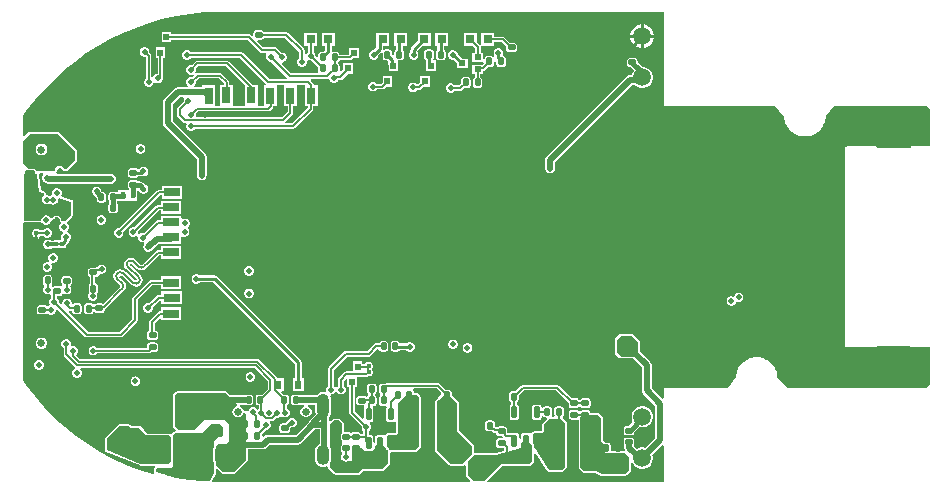
<source format=gtl>
G04*
G04 #@! TF.GenerationSoftware,Altium Limited,Altium Designer,22.8.2 (66)*
G04*
G04 Layer_Physical_Order=1*
G04 Layer_Color=255*
%FSLAX25Y25*%
%MOIN*%
G70*
G04*
G04 #@! TF.SameCoordinates,6BB00AFB-5455-402A-A2EE-A29BA1A7275C*
G04*
G04*
G04 #@! TF.FilePolarity,Positive*
G04*
G01*
G75*
%ADD18R,0.02362X0.03150*%
%ADD19R,0.03150X0.05512*%
%ADD20R,0.05512X0.03150*%
%ADD21R,0.01181X0.01181*%
%ADD24R,0.03150X0.03150*%
%ADD25R,0.01772X0.02362*%
G04:AMPARAMS|DCode=26|XSize=39.37mil|YSize=19.68mil|CornerRadius=2.46mil|HoleSize=0mil|Usage=FLASHONLY|Rotation=270.000|XOffset=0mil|YOffset=0mil|HoleType=Round|Shape=RoundedRectangle|*
%AMROUNDEDRECTD26*
21,1,0.03937,0.01476,0,0,270.0*
21,1,0.03445,0.01968,0,0,270.0*
1,1,0.00492,-0.00738,-0.01722*
1,1,0.00492,-0.00738,0.01722*
1,1,0.00492,0.00738,0.01722*
1,1,0.00492,0.00738,-0.01722*
%
%ADD26ROUNDEDRECTD26*%
G04:AMPARAMS|DCode=28|XSize=23.62mil|YSize=19.68mil|CornerRadius=3.94mil|HoleSize=0mil|Usage=FLASHONLY|Rotation=90.000|XOffset=0mil|YOffset=0mil|HoleType=Round|Shape=RoundedRectangle|*
%AMROUNDEDRECTD28*
21,1,0.02362,0.01181,0,0,90.0*
21,1,0.01575,0.01968,0,0,90.0*
1,1,0.00787,0.00591,0.00787*
1,1,0.00787,0.00591,-0.00787*
1,1,0.00787,-0.00591,-0.00787*
1,1,0.00787,-0.00591,0.00787*
%
%ADD28ROUNDEDRECTD28*%
%ADD29R,0.01969X0.02362*%
G04:AMPARAMS|DCode=30|XSize=23.62mil|YSize=19.68mil|CornerRadius=3.94mil|HoleSize=0mil|Usage=FLASHONLY|Rotation=0.000|XOffset=0mil|YOffset=0mil|HoleType=Round|Shape=RoundedRectangle|*
%AMROUNDEDRECTD30*
21,1,0.02362,0.01181,0,0,0.0*
21,1,0.01575,0.01968,0,0,0.0*
1,1,0.00787,0.00787,-0.00591*
1,1,0.00787,-0.00787,-0.00591*
1,1,0.00787,-0.00787,0.00591*
1,1,0.00787,0.00787,0.00591*
%
%ADD30ROUNDEDRECTD30*%
%ADD31R,0.02362X0.01969*%
%ADD33C,0.00800*%
%ADD58C,0.00600*%
G04:AMPARAMS|DCode=59|XSize=51.18mil|YSize=27.56mil|CornerRadius=5.51mil|HoleSize=0mil|Usage=FLASHONLY|Rotation=0.000|XOffset=0mil|YOffset=0mil|HoleType=Round|Shape=RoundedRectangle|*
%AMROUNDEDRECTD59*
21,1,0.05118,0.01654,0,0,0.0*
21,1,0.04016,0.02756,0,0,0.0*
1,1,0.01102,0.02008,-0.00827*
1,1,0.01102,-0.02008,-0.00827*
1,1,0.01102,-0.02008,0.00827*
1,1,0.01102,0.02008,0.00827*
%
%ADD59ROUNDEDRECTD59*%
G04:AMPARAMS|DCode=60|XSize=35.43mil|YSize=23.62mil|CornerRadius=4.72mil|HoleSize=0mil|Usage=FLASHONLY|Rotation=180.000|XOffset=0mil|YOffset=0mil|HoleType=Round|Shape=RoundedRectangle|*
%AMROUNDEDRECTD60*
21,1,0.03543,0.01417,0,0,180.0*
21,1,0.02598,0.02362,0,0,180.0*
1,1,0.00945,-0.01299,0.00709*
1,1,0.00945,0.01299,0.00709*
1,1,0.00945,0.01299,-0.00709*
1,1,0.00945,-0.01299,-0.00709*
%
%ADD60ROUNDEDRECTD60*%
%ADD61R,0.04331X0.14567*%
G04:AMPARAMS|DCode=62|XSize=15mil|YSize=15mil|CornerRadius=3.75mil|HoleSize=0mil|Usage=FLASHONLY|Rotation=270.000|XOffset=0mil|YOffset=0mil|HoleType=Round|Shape=RoundedRectangle|*
%AMROUNDEDRECTD62*
21,1,0.01500,0.00750,0,0,270.0*
21,1,0.00750,0.01500,0,0,270.0*
1,1,0.00750,-0.00375,-0.00375*
1,1,0.00750,-0.00375,0.00375*
1,1,0.00750,0.00375,0.00375*
1,1,0.00750,0.00375,-0.00375*
%
%ADD62ROUNDEDRECTD62*%
G04:AMPARAMS|DCode=63|XSize=35.43mil|YSize=23.62mil|CornerRadius=4.72mil|HoleSize=0mil|Usage=FLASHONLY|Rotation=270.000|XOffset=0mil|YOffset=0mil|HoleType=Round|Shape=RoundedRectangle|*
%AMROUNDEDRECTD63*
21,1,0.03543,0.01417,0,0,270.0*
21,1,0.02598,0.02362,0,0,270.0*
1,1,0.00945,-0.00709,-0.01299*
1,1,0.00945,-0.00709,0.01299*
1,1,0.00945,0.00709,0.01299*
1,1,0.00945,0.00709,-0.01299*
%
%ADD63ROUNDEDRECTD63*%
G04:AMPARAMS|DCode=64|XSize=15mil|YSize=15mil|CornerRadius=3.75mil|HoleSize=0mil|Usage=FLASHONLY|Rotation=180.000|XOffset=0mil|YOffset=0mil|HoleType=Round|Shape=RoundedRectangle|*
%AMROUNDEDRECTD64*
21,1,0.01500,0.00750,0,0,180.0*
21,1,0.00750,0.01500,0,0,180.0*
1,1,0.00750,-0.00375,0.00375*
1,1,0.00750,0.00375,0.00375*
1,1,0.00750,0.00375,-0.00375*
1,1,0.00750,-0.00375,-0.00375*
%
%ADD64ROUNDEDRECTD64*%
%ADD65C,0.01000*%
%ADD66C,0.02000*%
%ADD67C,0.01500*%
%ADD68C,0.01200*%
%ADD69R,0.00522X0.00664*%
%ADD70R,0.00664X0.00522*%
%ADD71C,0.05906*%
%ADD72C,0.09943*%
%ADD73O,0.03937X0.08268*%
%ADD74O,0.04331X0.06693*%
%ADD75C,0.02559*%
%ADD76C,0.14961*%
%ADD77C,0.02000*%
%ADD78C,0.02800*%
%ADD79C,0.02638*%
G36*
X187545Y128506D02*
Y97924D01*
X187607Y97612D01*
X187783Y97347D01*
X188048Y97171D01*
X188360Y97109D01*
X224649D01*
X227735Y93634D01*
Y93342D01*
X227750Y93263D01*
Y93183D01*
X227985Y92002D01*
X228016Y91928D01*
X228032Y91849D01*
X228492Y90737D01*
X228537Y90670D01*
X228568Y90596D01*
X229236Y89595D01*
X229293Y89539D01*
X229338Y89472D01*
X230189Y88621D01*
X230256Y88576D01*
X230313Y88519D01*
X231313Y87850D01*
X231388Y87820D01*
X231454Y87775D01*
X232567Y87314D01*
X232645Y87299D01*
X232720Y87268D01*
X233900Y87033D01*
X233981D01*
X234059Y87018D01*
X235263D01*
X235342Y87033D01*
X235422D01*
X236603Y87268D01*
X236677Y87299D01*
X236756Y87314D01*
X237868Y87775D01*
X237935Y87820D01*
X238009Y87850D01*
X239010Y88519D01*
X239067Y88576D01*
X239133Y88621D01*
X239984Y89472D01*
X240029Y89539D01*
X240086Y89595D01*
X240755Y90596D01*
X240785Y90670D01*
X240830Y90737D01*
X241291Y91849D01*
X241306Y91928D01*
X241337Y92002D01*
X241572Y93183D01*
Y93263D01*
X241588Y93342D01*
Y93656D01*
X244373Y97109D01*
X275174D01*
X276189Y96093D01*
Y83674D01*
X270077D01*
X269953Y83513D01*
X269707Y83251D01*
X258797Y83251D01*
X258797Y83251D01*
X258550Y83513D01*
X258426Y83674D01*
X248657D01*
X248345Y83612D01*
X248081Y83435D01*
X247904Y83170D01*
X247842Y82858D01*
Y17504D01*
X247904Y17192D01*
X248081Y16927D01*
X248345Y16750D01*
X248657Y16688D01*
X258427D01*
X258522Y16813D01*
X258766Y17076D01*
X269738Y17076D01*
X269738Y17076D01*
X269982Y16813D01*
X270077Y16688D01*
X276189D01*
X276189Y4450D01*
X274991Y3252D01*
X228568D01*
X225483Y6726D01*
Y7018D01*
X225467Y7097D01*
Y7177D01*
X225232Y8358D01*
X225202Y8432D01*
X225186Y8511D01*
X224725Y9623D01*
X224681Y9690D01*
X224650Y9764D01*
X223981Y10765D01*
X223924Y10822D01*
X223880Y10888D01*
X223029Y11740D01*
X222962Y11784D01*
X222905Y11841D01*
X221904Y12510D01*
X221830Y12541D01*
X221763Y12585D01*
X220651Y13046D01*
X220572Y13061D01*
X220498Y13092D01*
X219317Y13327D01*
X219237D01*
X219158Y13343D01*
X217954D01*
X217876Y13327D01*
X217795D01*
X216615Y13092D01*
X216541Y13061D01*
X216462Y13046D01*
X215350Y12585D01*
X215283Y12541D01*
X215209Y12510D01*
X214208Y11841D01*
X214151Y11784D01*
X214084Y11740D01*
X213233Y10888D01*
X213188Y10822D01*
X213132Y10765D01*
X212463Y9764D01*
X212432Y9690D01*
X212387Y9623D01*
X211927Y8511D01*
X211911Y8432D01*
X211880Y8358D01*
X211646Y7177D01*
Y7097D01*
X211630Y7018D01*
Y6704D01*
X208844Y3252D01*
X188360D01*
X188048Y3190D01*
X187783Y3013D01*
X187607Y2748D01*
X187545Y2436D01*
X187545Y-245D01*
X187045Y-452D01*
X183515Y3077D01*
Y10709D01*
X183391Y11333D01*
X183037Y11863D01*
X179532Y15368D01*
X179532Y18650D01*
X179341Y19109D01*
X177419Y21031D01*
X176960Y21221D01*
X173262D01*
X172803Y21031D01*
X171428Y19656D01*
X171238Y19196D01*
X171238Y15022D01*
X171428Y14563D01*
X172800Y13191D01*
X173260Y13000D01*
X177286D01*
X180252Y10033D01*
Y2401D01*
X180377Y1777D01*
X180730Y1248D01*
X184668Y-2690D01*
Y-13596D01*
X181475Y-16789D01*
X180861Y-16624D01*
X179926D01*
X179022Y-16866D01*
X178726Y-17037D01*
X177732Y-16043D01*
Y-15759D01*
X177769Y-15570D01*
Y-14389D01*
X177692Y-14001D01*
X177472Y-13673D01*
X177144Y-13453D01*
X176756Y-13376D01*
X176239D01*
X176100Y-13348D01*
X175961Y-13376D01*
X175181D01*
X174794Y-13453D01*
X174465Y-13673D01*
X174245Y-14001D01*
X174168Y-14389D01*
Y-15570D01*
X174245Y-15958D01*
X174465Y-16287D01*
X174469Y-16289D01*
Y-16718D01*
X174593Y-17343D01*
X174672Y-17461D01*
X174405Y-17961D01*
X172907D01*
X172845Y-17987D01*
X172780Y-17974D01*
X172724Y-17985D01*
X171671D01*
X171615Y-17974D01*
X171549Y-17987D01*
X171488Y-17961D01*
X170143D01*
X169864Y-17621D01*
Y-16046D01*
X169787Y-15659D01*
X169567Y-15330D01*
X169239Y-15110D01*
X168851Y-15033D01*
X168010D01*
X167307Y-14329D01*
X167307Y-9845D01*
Y-6781D01*
X167117Y-6322D01*
X166190Y-5395D01*
X165731Y-5205D01*
X163228Y-5205D01*
Y-5178D01*
X163151Y-4790D01*
X162931Y-4462D01*
X162602Y-4242D01*
X162215Y-4165D01*
X160640D01*
X160252Y-4242D01*
X159924Y-4462D01*
X159820Y-4616D01*
X159812Y-4619D01*
X159273D01*
X159265Y-4616D01*
X159162Y-4462D01*
X158833Y-4242D01*
X158445Y-4165D01*
X156870D01*
X156483Y-4242D01*
X156154Y-4462D01*
X155934Y-4790D01*
X155857Y-5178D01*
Y-6359D01*
X155934Y-6747D01*
X156154Y-7075D01*
X156483Y-7295D01*
X156870Y-7372D01*
X158445D01*
X158677Y-7326D01*
X159084Y-7566D01*
X159177Y-7666D01*
X159177Y-23260D01*
X159367Y-23719D01*
X160520Y-24872D01*
X160979Y-25063D01*
X164829D01*
X166814Y-26107D01*
X166971Y-26122D01*
X167117Y-26182D01*
X174725D01*
X175184Y-25992D01*
X176560Y-24617D01*
X176750Y-24157D01*
X176750Y-21972D01*
X177250Y-21838D01*
X177551Y-22359D01*
X178212Y-23020D01*
X179022Y-23488D01*
X179926Y-23730D01*
X180861D01*
X181765Y-23488D01*
X182575Y-23020D01*
X183237Y-22359D01*
X183705Y-21549D01*
X183947Y-20645D01*
Y-19710D01*
X183782Y-19096D01*
X187045Y-15834D01*
X187545Y-16041D01*
X187545Y-28146D01*
X128826D01*
X128635Y-27684D01*
X133605Y-22713D01*
X137730Y-22713D01*
X137783Y-22691D01*
X137795Y-22689D01*
X137808Y-22691D01*
X137861Y-22713D01*
X142877D01*
X143337Y-22523D01*
X144239Y-21621D01*
X144429Y-21162D01*
Y-18849D01*
X144907Y-18703D01*
X148821Y-24495D01*
X148875Y-24530D01*
X148900Y-24590D01*
X149076Y-24663D01*
X149236Y-24769D01*
X149299Y-24756D01*
X149359Y-24780D01*
X153642D01*
X154102Y-24590D01*
X154999Y-23693D01*
X155189Y-23234D01*
Y-15807D01*
X155189Y-8390D01*
X154999Y-7931D01*
X153956Y-6888D01*
X153981Y-6275D01*
X153986Y-6265D01*
X154204Y-5940D01*
X154281Y-5552D01*
Y-3977D01*
X154204Y-3589D01*
X153984Y-3261D01*
X153656Y-3041D01*
X153268Y-2964D01*
X152087D01*
X151699Y-3041D01*
X151370Y-3261D01*
X151151Y-3589D01*
X151074Y-3977D01*
Y-5552D01*
X151151Y-5940D01*
X151172Y-5971D01*
X150951Y-6385D01*
X150466Y-6385D01*
X150246Y-5972D01*
X150267Y-5940D01*
X150344Y-5552D01*
Y-3977D01*
X150267Y-3589D01*
X150047Y-3261D01*
X149719Y-3041D01*
X149331Y-2964D01*
X148150D01*
X147762Y-3041D01*
X147433Y-3261D01*
X147377Y-3346D01*
X146916Y-3226D01*
X146873Y-3199D01*
X146811Y-2885D01*
X146624Y-2606D01*
X146344Y-2418D01*
X146014Y-2353D01*
X144537D01*
X144207Y-2418D01*
X143928Y-2606D01*
X143740Y-2885D01*
X143675Y-3215D01*
Y-6660D01*
X143740Y-6990D01*
X143928Y-7270D01*
X144207Y-7457D01*
X144537Y-7523D01*
X146014D01*
X146344Y-7457D01*
X146624Y-7270D01*
X146811Y-6990D01*
X146877Y-6660D01*
Y-6335D01*
X147377Y-6183D01*
X147433Y-6268D01*
X147762Y-6488D01*
X148150Y-6565D01*
X148495D01*
X148703Y-7065D01*
X147249Y-8518D01*
X147059Y-8978D01*
X147059Y-10909D01*
X146798Y-11171D01*
X144861Y-11174D01*
X144342D01*
X143883Y-11365D01*
X143402Y-11846D01*
X143380Y-11897D01*
X143183Y-11960D01*
X142810Y-12001D01*
X142798Y-11997D01*
X142604Y-11867D01*
X142274Y-11802D01*
X140797D01*
X140467Y-11867D01*
X140187Y-12054D01*
X140000Y-12334D01*
X139935Y-12664D01*
Y-13821D01*
X139896Y-13846D01*
X139396Y-13579D01*
Y-12664D01*
X139330Y-12334D01*
X139144Y-12054D01*
X138864Y-11867D01*
X138533Y-11802D01*
X137116D01*
X137111Y-11801D01*
X135503D01*
X135301Y-11598D01*
Y-10647D01*
X135223Y-10259D01*
X135004Y-9930D01*
X134675Y-9711D01*
X134287Y-9634D01*
X132713D01*
X132325Y-9711D01*
X131996Y-9930D01*
X131723Y-9936D01*
X131289Y-9510D01*
Y-8649D01*
X131212Y-8261D01*
X130992Y-7932D01*
X130663Y-7713D01*
X130276Y-7636D01*
X129095D01*
X128707Y-7713D01*
X128378Y-7932D01*
X128158Y-8261D01*
X128081Y-8649D01*
Y-10224D01*
X128158Y-10611D01*
X128378Y-10940D01*
X128707Y-11160D01*
X129095Y-11237D01*
X130154D01*
X130561Y-11644D01*
X130859Y-11843D01*
X131210Y-11913D01*
X131716D01*
X131777Y-12215D01*
X131996Y-12544D01*
X132325Y-12764D01*
X132713Y-12841D01*
X133754D01*
X133929Y-13070D01*
X133681Y-13570D01*
X132713D01*
X132325Y-13648D01*
X131996Y-13867D01*
X131777Y-14196D01*
X131700Y-14584D01*
Y-15765D01*
X131777Y-16152D01*
X131996Y-16481D01*
X132325Y-16701D01*
X132713Y-16778D01*
X134243D01*
X134389Y-16924D01*
Y-17860D01*
X131633Y-18640D01*
X124468Y-18640D01*
Y-16420D01*
X124371Y-16185D01*
X124278Y-15961D01*
X119354Y-11028D01*
X119354Y-3034D01*
Y-1992D01*
X119164Y-1533D01*
X116958Y673D01*
Y1519D01*
X116881Y1907D01*
X116661Y2235D01*
X116333Y2455D01*
X115945Y2532D01*
X115048D01*
X113003Y4577D01*
X112706Y4776D01*
X112354Y4846D01*
X95252D01*
X94901Y4776D01*
X94702Y4643D01*
X93576D01*
X93188Y4566D01*
X92859Y4346D01*
X92639Y4017D01*
X92562Y3630D01*
Y2055D01*
X92639Y1667D01*
X92859Y1338D01*
X93065Y1201D01*
X93096Y1080D01*
Y765D01*
X93065Y645D01*
X92859Y508D01*
X92639Y179D01*
X92562Y-209D01*
Y-1784D01*
X92639Y-2172D01*
X92859Y-2500D01*
X93188Y-2720D01*
X93576Y-2797D01*
X94757D01*
X94778Y-2793D01*
X95304Y-3169D01*
X95309Y-3247D01*
X95303Y-3257D01*
X95122Y-3528D01*
X95057Y-3858D01*
Y-7303D01*
X95122Y-7633D01*
X95309Y-7913D01*
X95589Y-8100D01*
X95919Y-8165D01*
X97396D01*
X97726Y-8100D01*
X97941Y-7956D01*
X98211Y-8029D01*
X98441Y-8161D01*
Y-11552D01*
X98180Y-11814D01*
X96243Y-11817D01*
X95724D01*
X95265Y-12007D01*
X94784Y-12488D01*
X94762Y-12540D01*
X94565Y-12602D01*
X94192Y-12644D01*
X94180Y-12639D01*
X93986Y-12510D01*
X93656Y-12444D01*
X92179D01*
X91849Y-12510D01*
X91569Y-12697D01*
X91382Y-12977D01*
X91317Y-13307D01*
Y-14988D01*
X91278Y-15013D01*
X90778Y-14746D01*
Y-13307D01*
X90712Y-12977D01*
X90526Y-12697D01*
X90246Y-12510D01*
X89916Y-12444D01*
X89322D01*
Y-11244D01*
X89367Y-11225D01*
X89817Y-10775D01*
X90061Y-10187D01*
Y-9551D01*
X89817Y-8963D01*
X89520Y-8665D01*
X89727Y-8165D01*
X89916D01*
X90246Y-8100D01*
X90526Y-7913D01*
X90712Y-7633D01*
X90778Y-7303D01*
Y-3858D01*
X90712Y-3528D01*
X90558Y-3297D01*
X90615Y-3069D01*
X90751Y-2797D01*
X90820D01*
X91207Y-2720D01*
X91536Y-2500D01*
X91756Y-2172D01*
X91833Y-1784D01*
Y-209D01*
X91756Y179D01*
X91536Y508D01*
X91330Y645D01*
X91299Y765D01*
Y1080D01*
X91330Y1201D01*
X91536Y1338D01*
X91756Y1667D01*
X91833Y2055D01*
Y3630D01*
X91756Y4017D01*
X91536Y4346D01*
X91207Y4566D01*
X90820Y4643D01*
X89639D01*
X89251Y4566D01*
X88922Y4346D01*
X88702Y4017D01*
X88625Y3630D01*
Y2055D01*
X88702Y1667D01*
X88922Y1338D01*
X89128Y1201D01*
X89159Y1080D01*
Y765D01*
X89128Y645D01*
X88922Y508D01*
X88883Y449D01*
X88417Y305D01*
X88274Y369D01*
X88055Y515D01*
X87668Y592D01*
X86093D01*
X85705Y515D01*
X85377Y295D01*
X85157Y-34D01*
X85080Y-421D01*
Y-1602D01*
X85157Y-1990D01*
X85377Y-2319D01*
X85705Y-2538D01*
X86093Y-2616D01*
X87668D01*
X87829Y-3093D01*
X87829Y-3248D01*
X87642Y-3528D01*
X87577Y-3858D01*
Y-6980D01*
X87076Y-7187D01*
X84521Y-4631D01*
Y3403D01*
X85187D01*
Y6825D01*
X88421D01*
X88773Y6895D01*
X89063Y7089D01*
X89552D01*
X89933Y7165D01*
X90255Y7380D01*
X90471Y7703D01*
X90546Y8083D01*
Y8833D01*
X90471Y9213D01*
X90309Y9455D01*
X90471Y9696D01*
X90546Y10077D01*
Y10827D01*
X90471Y11207D01*
X90255Y11530D01*
X89933Y11745D01*
X89552Y11821D01*
X88802D01*
X88422Y11745D01*
X88099Y11530D01*
X87892Y11220D01*
X87156D01*
Y12083D01*
X83987D01*
Y8660D01*
X81772D01*
X81421Y8591D01*
X81123Y8392D01*
X79362Y6630D01*
X79163Y6333D01*
X79093Y5982D01*
Y3947D01*
X78654Y3508D01*
X78614Y3411D01*
X78073D01*
X78032Y3508D01*
X77696Y3845D01*
Y9094D01*
X82194Y13592D01*
X89177D01*
X89568Y13670D01*
X89898Y13891D01*
X92092Y16084D01*
X92628Y15953D01*
X92640Y15892D01*
X92859Y15564D01*
X93188Y15344D01*
X93576Y15267D01*
X94757D01*
X95144Y15344D01*
X95473Y15564D01*
X95693Y15892D01*
X95770Y16280D01*
Y17855D01*
X95693Y18243D01*
X95473Y18571D01*
X95144Y18791D01*
X94757Y18868D01*
X93576D01*
X93188Y18791D01*
X92859Y18571D01*
X92663Y18277D01*
X91823D01*
X91433Y18200D01*
X91102Y17979D01*
X88755Y15631D01*
X81772D01*
X81382Y15554D01*
X81051Y15333D01*
X75955Y10237D01*
X75734Y9906D01*
X75656Y9516D01*
Y3845D01*
X75320Y3508D01*
X75076Y2920D01*
Y2284D01*
X75084Y2266D01*
X74701Y1883D01*
X74682Y1891D01*
X74012Y1979D01*
X73341Y1891D01*
X72717Y1632D01*
X72180Y1220D01*
X71855Y796D01*
X66033D01*
X65895Y888D01*
X65508Y965D01*
X64327D01*
X63939Y888D01*
X63610Y668D01*
X63391Y340D01*
X63313Y-48D01*
Y-696D01*
X63286Y-836D01*
X63313Y-975D01*
Y-1623D01*
X63391Y-2011D01*
X63610Y-2339D01*
X63939Y-2559D01*
X64327Y-2636D01*
X65508D01*
X65895Y-2559D01*
X66033Y-2467D01*
X67647D01*
X67747Y-2967D01*
X67297Y-3153D01*
X66769Y-3682D01*
X66482Y-4372D01*
Y-5120D01*
X66769Y-5811D01*
X67297Y-6340D01*
X67988Y-6626D01*
X68736D01*
X69427Y-6340D01*
X69955Y-5811D01*
X70241Y-5120D01*
Y-4372D01*
X69955Y-3682D01*
X69427Y-3153D01*
X68977Y-2967D01*
X69077Y-2467D01*
X71421D01*
Y-4943D01*
X71506Y-5586D01*
X69630Y-7461D01*
X69276Y-7991D01*
X69238Y-8184D01*
X64897Y-12525D01*
X55534D01*
X54910Y-12649D01*
X54381Y-13003D01*
X54194Y-13189D01*
X53694Y-12982D01*
Y-12099D01*
X53688Y-12067D01*
X54880Y-10875D01*
X55233D01*
X55821Y-10631D01*
X56271Y-10181D01*
X56515Y-9593D01*
Y-8957D01*
X56271Y-8368D01*
X56239Y-8336D01*
X56446Y-7836D01*
X57020D01*
X57372Y-7766D01*
X57669Y-7567D01*
X58407Y-6830D01*
X58418Y-6834D01*
X59054D01*
X59642Y-6590D01*
X60092Y-6140D01*
X60364Y-6352D01*
X60423Y-6412D01*
X61011Y-6656D01*
X61648D01*
X62236Y-6412D01*
X62686Y-5962D01*
X62930Y-5374D01*
Y-4737D01*
X62686Y-4149D01*
X62236Y-3699D01*
X62073Y-3631D01*
Y-2483D01*
X62287Y-2339D01*
X62507Y-2011D01*
X62584Y-1623D01*
Y-48D01*
X62507Y340D01*
X62287Y668D01*
X61958Y888D01*
X61571Y965D01*
X60732D01*
X60014Y1683D01*
X60206Y2145D01*
X60840D01*
Y6494D01*
X58785D01*
X58778Y6526D01*
X58579Y6823D01*
X52812Y12591D01*
X52514Y12790D01*
X52163Y12860D01*
X-6960D01*
X-8303Y14202D01*
X-7971Y14534D01*
X-7727Y15123D01*
Y15759D01*
X-7971Y16347D01*
X-8421Y16797D01*
X-9009Y17041D01*
X-9645D01*
X-9989Y17439D01*
X-9982Y17456D01*
Y18092D01*
X-10226Y18680D01*
X-10676Y19130D01*
X-11264Y19374D01*
X-11901D01*
X-12489Y19130D01*
X-12939Y18680D01*
X-13182Y18092D01*
Y17456D01*
X-12939Y16868D01*
X-12500Y16429D01*
Y14488D01*
X-12430Y14136D01*
X-12231Y13839D01*
X-8570Y10177D01*
X-8576Y9826D01*
X-8651Y9602D01*
X-8933Y9485D01*
X-9384Y9035D01*
X-9627Y8447D01*
Y7811D01*
X-9384Y7222D01*
X-8933Y6772D01*
X-8345Y6529D01*
X-7709D01*
X-7121Y6772D01*
X-6671Y7222D01*
X-6427Y7811D01*
Y8447D01*
X-6671Y9035D01*
X-6960Y9325D01*
X-6753Y9825D01*
X51286D01*
X55550Y5560D01*
Y2938D01*
X53577Y965D01*
X52516D01*
X52128Y888D01*
X51799Y668D01*
X51580Y340D01*
X51502Y-48D01*
Y-1623D01*
X51580Y-2011D01*
X51799Y-2339D01*
X52128Y-2559D01*
X52516Y-2636D01*
X52565D01*
Y-3627D01*
X52306Y-3734D01*
X52245Y-3795D01*
X51974Y-4021D01*
X51524Y-3571D01*
X50936Y-3327D01*
X50300D01*
X49712Y-3571D01*
X49262Y-4021D01*
X49063Y-4501D01*
X48703Y-4643D01*
X48518Y-4663D01*
X48433Y-4578D01*
X48342Y-4541D01*
X48280Y-4465D01*
X48122Y-4449D01*
X47974Y-4388D01*
X47907Y-4386D01*
X47426Y-4230D01*
X47199Y-3682D01*
X46671Y-3153D01*
X46258Y-2982D01*
X46357Y-2482D01*
X48076D01*
X48191Y-2559D01*
X48579Y-2636D01*
X49760D01*
X50147Y-2559D01*
X50476Y-2339D01*
X50696Y-2011D01*
X50773Y-1623D01*
Y-910D01*
X50785Y-851D01*
X50773Y-791D01*
Y-48D01*
X50696Y340D01*
X50476Y668D01*
X50147Y888D01*
X49760Y965D01*
X48579D01*
X48191Y888D01*
X48030Y781D01*
X43074D01*
X41992Y1863D01*
X41532Y2053D01*
X25379Y2053D01*
X24920Y1863D01*
X24065Y1008D01*
X23875Y549D01*
X23875Y-9391D01*
X24065Y-9850D01*
X24921Y-10706D01*
X24696Y-11188D01*
X24285Y-11359D01*
X23660Y-11983D01*
X23617Y-12087D01*
X23028Y-12205D01*
X22569Y-12015D01*
X15400D01*
X13278Y-9673D01*
X13263Y-9666D01*
X13256Y-9650D01*
X13040Y-9561D01*
X12829Y-9461D01*
X12813Y-9466D01*
X12797Y-9460D01*
X10418D01*
X10188Y-9414D01*
X10049Y-9321D01*
X10032Y-9296D01*
X9977Y-9259D01*
X9951Y-9197D01*
X9776Y-9125D01*
X9618Y-9020D01*
X9553Y-9033D01*
X9492Y-9007D01*
X6129Y-9007D01*
X5669Y-9197D01*
X1470Y-13397D01*
X1280Y-13856D01*
Y-17539D01*
X1330Y-17660D01*
X1331Y-17792D01*
X1421Y-17881D01*
X1470Y-17998D01*
X1592Y-18048D01*
X1685Y-18141D01*
X12834Y-22658D01*
X12961Y-22657D01*
X13078Y-22706D01*
X17929D01*
X18131Y-23206D01*
X17887Y-23441D01*
X17869Y-23483D01*
X17829Y-23505D01*
X17772Y-23706D01*
X17689Y-23897D01*
X17705Y-23939D01*
X17693Y-23983D01*
X17812Y-25014D01*
X17850Y-25084D01*
X17820Y-25167D01*
X17501Y-25513D01*
X17322Y-25469D01*
X12757Y-24048D01*
X8288Y-22347D01*
X3934Y-20372D01*
X-290Y-18132D01*
X-4368Y-15635D01*
X-8283Y-12890D01*
X-12020Y-9908D01*
X-15566Y-6700D01*
X-18906Y-3279D01*
X-22029Y342D01*
X-24921Y4149D01*
X-26110Y5934D01*
X-26110Y25339D01*
Y58021D01*
X-25610Y58355D01*
X-25551Y58331D01*
X-19944Y58331D01*
X-19587Y58174D01*
X-19137Y57723D01*
X-18549Y57480D01*
X-17913D01*
X-17324Y57723D01*
X-16874Y58174D01*
X-16631Y58762D01*
X-16590Y58949D01*
X-16156Y59199D01*
X-16072Y59224D01*
X-15904Y59363D01*
X-15873Y59384D01*
X-15858Y59392D01*
X-15857Y59395D01*
X-15722Y59485D01*
X-15494Y59826D01*
X-15180Y60036D01*
X-14809Y60110D01*
X-14438Y60036D01*
X-14124Y59826D01*
X-13914Y59512D01*
X-13814Y59014D01*
X-13726Y58882D01*
X-13680Y58729D01*
X-13548Y58568D01*
X-13540Y58564D01*
X-13500Y58450D01*
X-13472Y57989D01*
X-13481Y57965D01*
X-13722Y57725D01*
X-13965Y57137D01*
Y56500D01*
X-13722Y55912D01*
X-13271Y55462D01*
X-12778Y55258D01*
X-12709Y55109D01*
X-12673Y54958D01*
X-12664Y54718D01*
X-13021Y54362D01*
X-13264Y53774D01*
Y53137D01*
X-13227Y53047D01*
X-13233Y52972D01*
X-13498Y52557D01*
X-14024Y52401D01*
X-14129Y52472D01*
X-14510Y52547D01*
X-15260D01*
X-15640Y52472D01*
X-15879Y52312D01*
X-16666D01*
X-16709Y52356D01*
X-17297Y52600D01*
X-17934D01*
X-18522Y52356D01*
X-18972Y51906D01*
X-19216Y51318D01*
Y50681D01*
X-18972Y50093D01*
X-18522Y49643D01*
X-17934Y49400D01*
X-17297D01*
X-16709Y49643D01*
X-16487Y49865D01*
X-15543D01*
X-15260Y49809D01*
X-14510D01*
X-14129Y49885D01*
X-13888Y50046D01*
X-13647Y49885D01*
X-13266Y49809D01*
X-12516D01*
X-12136Y49885D01*
X-11813Y50100D01*
X-11598Y50423D01*
X-11522Y50803D01*
Y50961D01*
X-11063Y51421D01*
X-11063Y51421D01*
X-10819Y51785D01*
X-10757Y52101D01*
X-10308Y52549D01*
X-10064Y53137D01*
Y53774D01*
X-10308Y54362D01*
X-10758Y54812D01*
X-11251Y55016D01*
X-11321Y55165D01*
X-11356Y55316D01*
X-11365Y55556D01*
X-11009Y55912D01*
X-10765Y56500D01*
Y57137D01*
X-11009Y57725D01*
X-11274Y57990D01*
X-11285Y58208D01*
X-11239Y58571D01*
X-11226Y58595D01*
X-9507Y60314D01*
X-9317Y60773D01*
Y65290D01*
X-9378Y65437D01*
X-9393Y65596D01*
X-9470Y65658D01*
X-9507Y65750D01*
X-9654Y65810D01*
X-9777Y65912D01*
X-13108Y66925D01*
X-13301Y67507D01*
X-13144Y67888D01*
Y68524D01*
X-13387Y69112D01*
X-13837Y69562D01*
X-14425Y69806D01*
X-15062D01*
X-15650Y69562D01*
X-16100Y69112D01*
X-16343Y68524D01*
Y67888D01*
X-16614Y67426D01*
X-17139Y67264D01*
X-17186Y67312D01*
X-17774Y67555D01*
X-18056D01*
X-18290Y67817D01*
X-18352Y68032D01*
X-18395Y68251D01*
X-18505Y68414D01*
X-18686Y68535D01*
X-18855Y68674D01*
X-20000Y69023D01*
X-20650Y74302D01*
X-20407Y74694D01*
X-20297Y74802D01*
X-19327D01*
X-19196Y74590D01*
X-19151Y74302D01*
X-19190Y74276D01*
X-19280Y74142D01*
X-19393Y74029D01*
X-19455Y73880D01*
X-19544Y73747D01*
X-19575Y73589D01*
X-19637Y73441D01*
Y73280D01*
X-19668Y73122D01*
X-19637Y72965D01*
Y72804D01*
X-19575Y72656D01*
X-19544Y72498D01*
X-19455Y72364D01*
X-19393Y72216D01*
X-19280Y72102D01*
X-19190Y71969D01*
X-18953Y71731D01*
X-18424Y71378D01*
X-17799Y71254D01*
X-17799Y71254D01*
X2989D01*
X3009Y71245D01*
X3169D01*
X3327Y71214D01*
X3484Y71245D01*
X3645D01*
X3793Y71307D01*
X3951Y71338D01*
X4085Y71428D01*
X4233Y71489D01*
X4347Y71603D01*
X4480Y71692D01*
X4570Y71826D01*
X4683Y71939D01*
X4745Y72088D01*
X4834Y72221D01*
X4865Y72379D01*
X4927Y72527D01*
Y72688D01*
X4958Y72846D01*
X4927Y73003D01*
Y73164D01*
X4865Y73312D01*
X4834Y73470D01*
X4745Y73603D01*
X4683Y73752D01*
X4570Y73865D01*
X4480Y73999D01*
X4441Y74038D01*
X4307Y74128D01*
X4233Y74202D01*
X4136Y74242D01*
X3912Y74392D01*
X3647Y74445D01*
X3645Y74445D01*
X3643D01*
X3287Y74516D01*
X-14785D01*
X-14942Y74992D01*
X-14930Y75024D01*
X-14900Y75039D01*
X-14853Y75097D01*
X-14806Y75249D01*
X-14718Y75382D01*
X-14619Y75880D01*
X-14409Y76194D01*
X-14094Y76404D01*
X-13723Y76478D01*
X-13352Y76404D01*
X-13038Y76194D01*
X-12840Y75897D01*
X-12649Y75769D01*
X-12466Y75630D01*
X-11907Y75482D01*
X-11821Y75493D01*
X-11741Y75460D01*
X-11583Y75525D01*
X-11414Y75548D01*
X-11362Y75617D01*
X-11281Y75650D01*
X-8144Y78787D01*
X-7954Y79246D01*
Y82173D01*
X-8144Y82632D01*
X-13947Y88435D01*
X-14406Y88625D01*
X-23757D01*
X-24216Y88435D01*
X-25648Y87003D01*
X-26110Y87194D01*
Y93684D01*
X-24930Y95390D01*
X-22066Y99064D01*
X-18996Y102568D01*
X-15732Y105890D01*
X-12282Y109021D01*
X-8660Y111949D01*
X-4876Y114665D01*
X-942Y117161D01*
X3127Y119428D01*
X7320Y121458D01*
X11621Y123246D01*
X16018Y124784D01*
X20495Y126069D01*
X25039Y127096D01*
X29634Y127861D01*
X34265Y128362D01*
X36591Y128480D01*
X36644Y128494D01*
X36700Y128493D01*
X36769Y128506D01*
X187545Y128506D01*
D02*
G37*
G36*
X-8604Y82173D02*
Y79246D01*
X-11741Y76109D01*
X-12300Y76258D01*
X-12570Y76662D01*
X-13099Y77016D01*
X-13723Y77140D01*
X-14348Y77016D01*
X-14877Y76662D01*
X-15231Y76133D01*
X-15355Y75509D01*
X-15402Y75451D01*
X-21381Y75451D01*
X-21394Y75521D01*
X-21631Y75875D01*
X-21986Y76112D01*
X-22405Y76196D01*
X-24044D01*
X-26110Y78262D01*
X-26110Y85623D01*
X-23757Y87975D01*
X-14406D01*
X-8604Y82173D01*
D02*
G37*
G36*
X-20593Y68524D02*
X-19045Y68053D01*
X-18936Y67890D01*
X-19000Y67320D01*
X-19040Y67247D01*
X-19246Y67109D01*
X-19600Y66579D01*
X-19724Y65955D01*
X-19600Y65331D01*
X-19246Y64802D01*
X-18717Y64448D01*
X-18093Y64324D01*
X-17468Y64448D01*
X-17012Y64753D01*
X-16520Y64425D01*
X-15896Y64301D01*
X-15272Y64425D01*
X-14742Y64778D01*
X-14389Y65308D01*
X-14265Y65932D01*
X-14295Y66085D01*
X-13863Y66476D01*
X-9966Y65290D01*
Y60773D01*
X-11760Y58980D01*
X-13046D01*
X-13178Y59141D01*
X-13302Y59765D01*
X-13655Y60295D01*
X-14185Y60648D01*
X-14809Y60772D01*
X-15433Y60648D01*
X-15962Y60295D01*
X-16262Y59846D01*
X-16346Y59820D01*
X-16588Y59804D01*
X-16812Y59836D01*
X-17077Y60233D01*
X-17607Y60587D01*
X-18231Y60711D01*
X-18855Y60587D01*
X-19384Y60233D01*
X-19738Y59704D01*
X-19862Y59080D01*
X-19944Y58980D01*
X-25551Y58980D01*
X-25551Y74361D01*
X-21311D01*
X-20593Y68524D01*
D02*
G37*
G36*
X178882Y18650D02*
Y16707D01*
X178882Y14205D01*
X178327Y13650D01*
X173260D01*
X171887Y15022D01*
X171887Y19196D01*
X173262Y20571D01*
X176960D01*
X178882Y18650D01*
D02*
G37*
G36*
X82018Y6038D02*
Y3403D01*
X82685D01*
Y-5011D01*
X82755Y-5362D01*
X82954Y-5660D01*
X86861Y-9567D01*
Y-10187D01*
X87104Y-10775D01*
X87486Y-11158D01*
Y-12143D01*
X86717D01*
X86705Y-12082D01*
X86485Y-11754D01*
X86156Y-11534D01*
X85769Y-11457D01*
X84194D01*
X83806Y-11534D01*
X83477Y-11754D01*
X83315D01*
X82986Y-11534D01*
X82599Y-11457D01*
X81024D01*
X80846Y-11311D01*
Y-8644D01*
X80655Y-8185D01*
X79678Y-7208D01*
X79219Y-7018D01*
X77719D01*
X77260Y-7208D01*
X76559Y-7909D01*
X76096Y-7718D01*
Y-6445D01*
X76256Y-6238D01*
X76514Y-5613D01*
X76603Y-4943D01*
Y-612D01*
X76514Y59D01*
X76325Y516D01*
X76548Y925D01*
X76641Y1002D01*
X76994D01*
X77582Y1246D01*
X78032Y1696D01*
X78073Y1793D01*
X78614D01*
X78654Y1696D01*
X79104Y1246D01*
X79692Y1002D01*
X80329D01*
X80917Y1246D01*
X81367Y1696D01*
X81611Y2284D01*
Y2920D01*
X81367Y3508D01*
X80928Y3947D01*
Y5601D01*
X81556Y6230D01*
X82018Y6038D01*
D02*
G37*
G36*
X45315Y-2378D02*
X45150Y-2921D01*
X44873Y-2976D01*
X44251Y-3391D01*
X43835Y-4013D01*
X43690Y-4746D01*
X43835Y-5480D01*
X44251Y-6101D01*
X44873Y-6517D01*
X45606Y-6663D01*
X46339Y-6517D01*
X46961Y-6101D01*
X47376Y-5480D01*
X47431Y-5202D01*
X47974Y-5038D01*
X48331Y-5394D01*
Y-20821D01*
X44331Y-24821D01*
X40754D01*
X38385Y-22452D01*
Y-16051D01*
X39070Y-15367D01*
X41911Y-15373D01*
X42628Y-14658D01*
Y-9096D01*
X41199Y-7667D01*
X34487Y-7667D01*
X31365Y-10789D01*
X25922D01*
X24524Y-9391D01*
X24524Y549D01*
X25379Y1404D01*
X41532Y1404D01*
X45315Y-2378D01*
D02*
G37*
G36*
X105922Y84D02*
X105922Y-16449D01*
X104769Y-17602D01*
X96637D01*
X96188Y-17397D01*
X96083Y-17239D01*
X96011Y-17064D01*
X95949Y-17039D01*
X95912Y-16983D01*
X95778Y-16893D01*
X95662Y-16721D01*
X95611Y-16686D01*
X95579Y-16610D01*
X95243Y-16274D01*
X95243Y-12947D01*
X95724Y-12466D01*
X96244D01*
X98449Y-12463D01*
X99091Y-11820D01*
X99091Y-3034D01*
Y-1992D01*
X102039Y957D01*
X105049Y957D01*
X105922Y84D01*
D02*
G37*
G36*
X143675Y-15909D02*
Y-16109D01*
X143740Y-16439D01*
X143780Y-16498D01*
Y-21162D01*
X142877Y-22064D01*
X137861D01*
X137795Y-22051D01*
X137730Y-22064D01*
X133336Y-22064D01*
X127667Y-27733D01*
X124085Y-27733D01*
X122630Y-26278D01*
X122602Y-26136D01*
X122315Y-25707D01*
X122315Y-21342D01*
X124367Y-19290D01*
X131723Y-19290D01*
X140085Y-16923D01*
Y-15076D01*
X140570Y-14590D01*
X142356D01*
X143675Y-15909D01*
D02*
G37*
G36*
X9492Y-9657D02*
X9580Y-9789D01*
X9935Y-10026D01*
X10354Y-10109D01*
X12797D01*
X15112Y-12664D01*
X22569D01*
X23307Y-13402D01*
Y-13402D01*
X23307D01*
Y-20095D01*
D01*
Y-21140D01*
X22390Y-22056D01*
X13078D01*
X1929Y-17539D01*
Y-13856D01*
X6129Y-9657D01*
X9492Y-9657D01*
D02*
G37*
G36*
X115756Y957D02*
X118705Y-1992D01*
Y-3034D01*
X118705Y-11297D01*
X123819Y-16420D01*
Y-18920D01*
X121856Y-20883D01*
X121827Y-20954D01*
X120621Y-22160D01*
X116622Y-22160D01*
X111874Y-17412D01*
X111874Y-1536D01*
X112463Y-947D01*
X112724Y-772D01*
X112899Y-512D01*
X114367Y957D01*
X115756Y957D01*
D02*
G37*
G36*
X80196Y-8644D02*
Y-11920D01*
X80088Y-12082D01*
X80010Y-12470D01*
Y-13651D01*
X80088Y-14039D01*
X80196Y-14201D01*
Y-15857D01*
X80088Y-16019D01*
X80010Y-16407D01*
Y-17588D01*
X80088Y-17976D01*
X80196Y-18138D01*
Y-18907D01*
X80050Y-19127D01*
X79926Y-19751D01*
X80050Y-20375D01*
X80403Y-20904D01*
X80933Y-21258D01*
X81557Y-21382D01*
X82181Y-21258D01*
X82486Y-21054D01*
X83715D01*
Y-20394D01*
Y-16879D01*
X86880D01*
X87784Y-17783D01*
X90559D01*
X91421Y-16921D01*
Y-16288D01*
X91826Y-15883D01*
X93934D01*
X95120Y-17069D01*
X95122Y-17082D01*
X95309Y-17361D01*
X95552Y-17523D01*
Y-22119D01*
X93675Y-23995D01*
X87487Y-23995D01*
X85750Y-25167D01*
X85245D01*
X85052Y-25129D01*
X84859Y-25167D01*
X78262Y-25167D01*
X76219Y-23124D01*
Y-22082D01*
X76428Y-21810D01*
X76706Y-21137D01*
X76801Y-20415D01*
Y-18053D01*
X76706Y-17332D01*
X76428Y-16659D01*
X76219Y-16387D01*
X76219Y-9167D01*
X77719Y-7667D01*
X79219D01*
X80196Y-8644D01*
D02*
G37*
G36*
X154540Y-8390D02*
X154540Y-15807D01*
Y-23234D01*
X153642Y-24131D01*
X149359D01*
X144513Y-16960D01*
X144429Y-16876D01*
Y-16498D01*
X144369Y-16354D01*
X144377Y-16313D01*
X144324Y-16045D01*
Y-15909D01*
X144226Y-15673D01*
X144134Y-15450D01*
X143861Y-15176D01*
X143861Y-12305D01*
X144342Y-11824D01*
X144862D01*
X147067Y-11820D01*
X147709Y-11178D01*
X147709Y-8978D01*
X149557Y-7130D01*
X153279Y-7130D01*
X154540Y-8390D01*
D02*
G37*
G36*
X113488Y1496D02*
Y996D01*
X112440Y-52D01*
X112414Y-114D01*
X112359Y-151D01*
X112256Y-304D01*
X112102Y-407D01*
X112065Y-462D01*
X112004Y-488D01*
X111415Y-1077D01*
X111224Y-1536D01*
X111224Y-17412D01*
X111414Y-17871D01*
X116162Y-22619D01*
X116622Y-22809D01*
X120621Y-22809D01*
X121080Y-22619D01*
X121204Y-22495D01*
X121666Y-22686D01*
X121666Y-25707D01*
X121738Y-25882D01*
X121775Y-26068D01*
X121990Y-26389D01*
X121993Y-26405D01*
X122099Y-26563D01*
X122171Y-26738D01*
X123117Y-27684D01*
X122926Y-28146D01*
X38858D01*
X38715Y-28174D01*
X38570Y-28198D01*
X38441Y-28247D01*
X37263Y-28256D01*
X36970Y-27758D01*
X38164Y-25640D01*
X38185Y-25475D01*
X38248Y-25321D01*
Y-23887D01*
X38710Y-23696D01*
X40295Y-25280D01*
X40754Y-25471D01*
X44331D01*
X44790Y-25280D01*
X48790Y-21281D01*
X48980Y-20821D01*
Y-17341D01*
X53981D01*
X54605Y-17217D01*
X55135Y-16863D01*
X56210Y-15788D01*
X65573D01*
X66197Y-15664D01*
X66726Y-15310D01*
X71383Y-10653D01*
X72834D01*
Y-15548D01*
X72617Y-15638D01*
X72040Y-16081D01*
X71596Y-16659D01*
X71318Y-17332D01*
X71223Y-18053D01*
Y-20415D01*
X71318Y-21137D01*
X71596Y-21810D01*
X72040Y-22388D01*
X72617Y-22831D01*
X73290Y-23110D01*
X74012Y-23205D01*
X74734Y-23110D01*
X75070Y-22971D01*
X75555Y-23120D01*
X75622Y-23252D01*
X75760Y-23583D01*
X77803Y-25626D01*
X78262Y-25817D01*
X84859Y-25817D01*
X84920Y-25791D01*
X84985Y-25804D01*
X85052Y-25791D01*
X85118Y-25804D01*
X85183Y-25791D01*
X85245Y-25817D01*
X85750D01*
X85926Y-25743D01*
X86113Y-25706D01*
X87686Y-24645D01*
X93675Y-24645D01*
X94134Y-24455D01*
X96011Y-22578D01*
X96201Y-22119D01*
Y-18625D01*
X96312Y-18470D01*
X96637Y-18252D01*
X104769D01*
X105228Y-18061D01*
X106381Y-16908D01*
X106571Y-16449D01*
X106571Y84D01*
X106381Y543D01*
X105508Y1416D01*
X105049Y1606D01*
X104570Y1606D01*
X104432Y1744D01*
X104355Y2132D01*
X104136Y2460D01*
X104061Y2511D01*
X104212Y3011D01*
X111974D01*
X113488Y1496D01*
D02*
G37*
G36*
X165731Y-5855D02*
X166657Y-6781D01*
Y-9845D01*
X166657Y-14598D01*
X168071Y-16014D01*
Y-18611D01*
X171488D01*
X171607Y-18634D01*
X172788D01*
X172907Y-18611D01*
X174728D01*
X176100Y-19983D01*
X176100Y-24157D01*
X174725Y-25532D01*
X167117D01*
X164989Y-24413D01*
X160979D01*
X159826Y-23260D01*
X159826Y-6502D01*
X160474Y-5854D01*
X165731Y-5855D01*
D02*
G37*
G36*
X40690Y-9731D02*
X40690Y-12559D01*
X40060Y-13190D01*
X38929D01*
X37599Y-14521D01*
Y-16582D01*
X37540Y-16659D01*
X37262Y-17332D01*
X37167Y-18053D01*
Y-20415D01*
X37262Y-21137D01*
X37540Y-21810D01*
X37599Y-21886D01*
Y-25321D01*
X36205Y-27792D01*
X33947Y-27797D01*
X29445Y-27442D01*
X24986Y-26725D01*
X20600Y-25652D01*
X18457Y-24940D01*
X18338Y-23908D01*
X18778Y-23483D01*
X23645D01*
X24120Y-23008D01*
X24120Y-12442D01*
X24744Y-11818D01*
X33646D01*
X36646Y-8818D01*
X39777D01*
X40690Y-9731D01*
D02*
G37*
%LPC*%
G36*
X180914Y124391D02*
X180894D01*
Y120938D01*
X184347D01*
Y120959D01*
X184077Y121964D01*
X183557Y122865D01*
X182821Y123601D01*
X181920Y124122D01*
X180914Y124391D01*
D02*
G37*
G36*
X179894D02*
X179873D01*
X178868Y124122D01*
X177966Y123601D01*
X177231Y122865D01*
X176710Y121964D01*
X176441Y120959D01*
Y120938D01*
X179894D01*
Y124391D01*
D02*
G37*
G36*
X53392Y122491D02*
X51817D01*
X51429Y122414D01*
X51100Y122195D01*
X50881Y121866D01*
X50804Y121478D01*
Y120788D01*
X50304Y120581D01*
X50058Y120826D01*
X49727Y121047D01*
X49337Y121125D01*
X23342D01*
Y121886D01*
X20173D01*
Y118324D01*
X23342D01*
Y119086D01*
X48915D01*
X52928Y115073D01*
X53259Y114852D01*
X53649Y114774D01*
X54838D01*
X55111Y114274D01*
X54953Y113892D01*
Y113256D01*
X55197Y112668D01*
X55647Y112217D01*
X56235Y111974D01*
X56711D01*
X62151Y106535D01*
X61943Y106035D01*
X56180D01*
X47396Y114818D01*
X47098Y115017D01*
X46747Y115087D01*
X29942D01*
X29504Y115526D01*
X28915Y115770D01*
X28279D01*
X27691Y115526D01*
X27241Y115076D01*
X26997Y114488D01*
Y113851D01*
X27241Y113263D01*
X27691Y112813D01*
X28279Y112570D01*
X28915D01*
X29504Y112813D01*
X29942Y113252D01*
X46367D01*
X55111Y104508D01*
X55092Y104341D01*
X54940Y104008D01*
X54320D01*
Y97296D01*
X53869Y97177D01*
X52724D01*
X52283Y97320D01*
X52283Y97677D01*
Y104032D01*
X50624D01*
X42676Y111980D01*
X42378Y112179D01*
X42027Y112248D01*
X32080D01*
X31729Y112179D01*
X31431Y111980D01*
X30293Y110842D01*
X29739D01*
X29151Y110598D01*
X28701Y110148D01*
X28457Y109560D01*
Y108924D01*
X28701Y108336D01*
X29151Y107886D01*
X29739Y107642D01*
X30375D01*
X30692Y107773D01*
X30975Y107349D01*
X30346Y106720D01*
X29725D01*
X29137Y106476D01*
X28687Y106026D01*
X28443Y105438D01*
Y104801D01*
X28687Y104213D01*
X29017Y103883D01*
X28848Y103383D01*
X25612D01*
X24987Y103259D01*
X24458Y102905D01*
X21103Y99550D01*
X20750Y99021D01*
X20626Y98397D01*
Y91552D01*
X20750Y90928D01*
X21103Y90399D01*
X31906Y79596D01*
Y76368D01*
X31909Y76355D01*
X31906Y76341D01*
Y73957D01*
X31937Y73799D01*
Y73639D01*
X31999Y73490D01*
X32030Y73333D01*
X32120Y73199D01*
X32181Y73051D01*
X32295Y72937D01*
X32384Y72803D01*
X32517Y72714D01*
X32631Y72601D01*
X32779Y72539D01*
X32913Y72450D01*
X33071Y72418D01*
X33219Y72357D01*
X33380D01*
X33537Y72326D01*
X33695Y72357D01*
X33856D01*
X34004Y72418D01*
X34162Y72450D01*
X34295Y72539D01*
X34444Y72601D01*
X34557Y72714D01*
X34691Y72803D01*
X34780Y72937D01*
X34894Y73051D01*
X34955Y73199D01*
X35045Y73333D01*
X35076Y73490D01*
X35137Y73639D01*
Y73799D01*
X35169Y73957D01*
Y76203D01*
X35196Y76341D01*
X35169Y76479D01*
Y80272D01*
X35045Y80896D01*
X34691Y81425D01*
X23888Y92228D01*
Y97721D01*
X26287Y100120D01*
X27450D01*
X27694Y99620D01*
X27514Y99186D01*
Y98804D01*
X25618Y96908D01*
X25419Y96611D01*
X25350Y96260D01*
Y94280D01*
X25419Y93928D01*
X25618Y93631D01*
X27478Y91771D01*
X27776Y91572D01*
X28127Y91502D01*
X28191D01*
X28525Y91002D01*
X28457Y90838D01*
Y90201D01*
X28701Y89613D01*
X29151Y89163D01*
X29739Y88920D01*
X30375D01*
X30964Y89163D01*
X31402Y89602D01*
X64144D01*
X64495Y89672D01*
X64793Y89871D01*
X70533Y95611D01*
X70732Y95908D01*
X70802Y96260D01*
Y97296D01*
X72220D01*
Y104008D01*
X71022D01*
Y104035D01*
X70952Y104386D01*
X70753Y104683D01*
X69874Y105562D01*
X70082Y106062D01*
X75343D01*
X75568Y106107D01*
X75766Y106118D01*
X76180Y105837D01*
X76301Y105545D01*
X76751Y105095D01*
X77339Y104851D01*
X77975D01*
X78563Y105095D01*
X79014Y105545D01*
X79062Y105661D01*
X79585D01*
X79976Y105739D01*
X80306Y105960D01*
X82231Y107885D01*
X83958D01*
Y111447D01*
X80789D01*
Y109327D01*
X79965Y108502D01*
X79504Y108748D01*
X79530Y108878D01*
Y110453D01*
X79453Y110841D01*
X79233Y111169D01*
X79143Y111230D01*
Y111813D01*
X79233Y111873D01*
X79453Y112202D01*
X79504Y112459D01*
X83133D01*
X83484Y112529D01*
X83782Y112728D01*
X84056Y113003D01*
X85927D01*
Y116565D01*
X82758D01*
Y114300D01*
X82753Y114295D01*
X79504D01*
X79453Y114552D01*
X79233Y114881D01*
X78904Y115101D01*
X78517Y115178D01*
X77382D01*
X77299Y115207D01*
X76911Y115603D01*
Y117161D01*
X77964D01*
Y121511D01*
X73615D01*
Y117161D01*
X74668D01*
Y115839D01*
X74007Y115178D01*
X73399D01*
X73011Y115101D01*
X72682Y114881D01*
X72463Y114552D01*
X72386Y114164D01*
Y113561D01*
X71924Y113370D01*
X71484Y113810D01*
Y114286D01*
X71240Y114874D01*
X70904Y115211D01*
Y117161D01*
X72059D01*
Y121511D01*
X67709D01*
Y117161D01*
X68864D01*
Y115211D01*
X68528Y114874D01*
X68395Y114553D01*
X67895Y114653D01*
Y115700D01*
X67825Y116051D01*
X67626Y116349D01*
X62438Y121537D01*
X62140Y121736D01*
X61789Y121805D01*
X54340D01*
X54328Y121866D01*
X54108Y122195D01*
X53779Y122414D01*
X53392Y122491D01*
D02*
G37*
G36*
X131114Y121511D02*
X126764D01*
Y117588D01*
X126764Y117543D01*
X126546Y117477D01*
X126067Y117601D01*
X125208Y118459D01*
Y121511D01*
X120859D01*
Y117161D01*
X123911D01*
X124675Y116397D01*
Y114920D01*
X123812D01*
Y111751D01*
X127365D01*
X127373Y111751D01*
X127726Y111397D01*
X127311Y110982D01*
X123812D01*
Y107813D01*
X124586D01*
Y106763D01*
X124526Y106751D01*
X124197Y106531D01*
X123977Y106202D01*
X123900Y105814D01*
Y104240D01*
X123977Y103852D01*
X124197Y103523D01*
X124526Y103304D01*
X124913Y103226D01*
X126094D01*
X126482Y103304D01*
X126811Y103523D01*
X127031Y103852D01*
X127108Y104240D01*
Y105814D01*
X127031Y106202D01*
X126811Y106531D01*
X126482Y106751D01*
X126421Y106763D01*
Y107813D01*
X127374D01*
Y108788D01*
X127673Y108848D01*
X127971Y109047D01*
X129166Y110242D01*
X130059D01*
X130447Y110319D01*
X130775Y110538D01*
X130995Y110867D01*
X131072Y111255D01*
Y111879D01*
X131572Y112110D01*
X131802Y111914D01*
Y111255D01*
X131879Y110867D01*
X132099Y110538D01*
X132427Y110319D01*
X132815Y110242D01*
X133996D01*
X134384Y110319D01*
X134713Y110538D01*
X134932Y110867D01*
X135009Y111255D01*
Y112830D01*
X134932Y113217D01*
X134713Y113546D01*
X134384Y113766D01*
X134278Y113787D01*
X133971Y114274D01*
X133967Y114343D01*
X134033Y114502D01*
Y115138D01*
X133790Y115726D01*
X133339Y116176D01*
X132751Y116420D01*
X132115D01*
X131527Y116176D01*
X131077Y115726D01*
X130833Y115138D01*
Y114502D01*
X131077Y113914D01*
X130711Y113589D01*
X130447Y113766D01*
X130059Y113843D01*
X128878D01*
X128490Y113766D01*
X128162Y113546D01*
X127942Y113217D01*
X127865Y112830D01*
X127374Y112851D01*
Y114920D01*
X126510D01*
Y116668D01*
X126796Y117031D01*
X126944Y117161D01*
X127049Y117161D01*
X131114D01*
Y118419D01*
X133625D01*
X135070Y116974D01*
Y116078D01*
X135147Y115690D01*
X135366Y115361D01*
X135695Y115142D01*
X136083Y115065D01*
X137657D01*
X138045Y115142D01*
X138374Y115361D01*
X138594Y115690D01*
X138671Y116078D01*
Y117259D01*
X138594Y117647D01*
X138374Y117975D01*
X138045Y118195D01*
X137657Y118272D01*
X136367D01*
X134654Y119985D01*
X134357Y120184D01*
X134005Y120254D01*
X131114D01*
Y121511D01*
D02*
G37*
G36*
X184347Y119938D02*
X180894D01*
Y116485D01*
X180914D01*
X181920Y116755D01*
X182821Y117275D01*
X183557Y118011D01*
X184077Y118912D01*
X184347Y119918D01*
Y119938D01*
D02*
G37*
G36*
X179894D02*
X176441D01*
Y119918D01*
X176710Y118912D01*
X177231Y118011D01*
X177966Y117275D01*
X178868Y116755D01*
X179873Y116485D01*
X179894D01*
Y119938D01*
D02*
G37*
G36*
X102057Y121511D02*
X97707D01*
Y117161D01*
X98276D01*
Y115822D01*
X98090Y115698D01*
X97870Y115370D01*
X97793Y114982D01*
Y114247D01*
X97293Y113999D01*
X97064Y114174D01*
Y114982D01*
X96987Y115370D01*
X96767Y115698D01*
X96438Y115918D01*
X96051Y115995D01*
X94870D01*
X94482Y115918D01*
X94474Y115912D01*
X94023Y116210D01*
X94023Y116210D01*
Y117161D01*
X96151D01*
Y121511D01*
X91802D01*
Y118370D01*
X91780Y118261D01*
X91780Y118261D01*
Y116675D01*
X90900Y115794D01*
X90567D01*
X89979Y115551D01*
X89529Y115101D01*
X89286Y114513D01*
Y113876D01*
X89529Y113288D01*
X89979Y112838D01*
X90567Y112594D01*
X91204D01*
X91792Y112838D01*
X92242Y113288D01*
X92486Y113876D01*
Y114208D01*
X93368Y115091D01*
X93592Y115041D01*
X93856Y114872D01*
Y113407D01*
X93933Y113019D01*
X94153Y112691D01*
X94482Y112471D01*
X94870Y112394D01*
X95478D01*
X95823Y112049D01*
Y111039D01*
X95823Y111039D01*
X95844Y110931D01*
Y108774D01*
X99013D01*
Y111964D01*
X99013Y112335D01*
X99489Y112394D01*
X99988D01*
X100375Y112471D01*
X100704Y112691D01*
X100924Y113019D01*
X101001Y113407D01*
Y114982D01*
X100924Y115370D01*
X100704Y115698D01*
X100519Y115822D01*
Y117161D01*
X102057D01*
Y121511D01*
D02*
G37*
G36*
X109854D02*
X105504D01*
Y118747D01*
X103426Y116669D01*
X103183Y116305D01*
X103098Y115876D01*
X103098Y115876D01*
Y115336D01*
X102863Y115101D01*
X102619Y114513D01*
Y113876D01*
X102863Y113288D01*
X103313Y112838D01*
X103901Y112594D01*
X104537D01*
X105125Y112838D01*
X105576Y113288D01*
X105819Y113876D01*
Y114513D01*
X105576Y115101D01*
X105341Y115336D01*
Y115411D01*
X107090Y117161D01*
X109854D01*
Y121511D01*
D02*
G37*
G36*
X115760D02*
X111410D01*
Y117161D01*
X112155D01*
Y115822D01*
X111970Y115698D01*
X111750Y115370D01*
X111673Y114982D01*
Y113407D01*
X111750Y113019D01*
X111970Y112691D01*
X112299Y112471D01*
X112686Y112394D01*
X113867D01*
X114255Y112471D01*
X114584Y112691D01*
X114803Y113019D01*
X114881Y113407D01*
Y114982D01*
X114803Y115370D01*
X114584Y115698D01*
X114398Y115822D01*
Y117161D01*
X115760D01*
Y121511D01*
D02*
G37*
G36*
X117572Y115794D02*
X116936D01*
X116347Y115551D01*
X115897Y115101D01*
X115654Y114513D01*
Y113876D01*
X115897Y113288D01*
X116347Y112838D01*
X116936Y112594D01*
X117464D01*
X118694Y111365D01*
Y109782D01*
X122256D01*
Y112951D01*
X120280D01*
X118854Y114377D01*
Y114513D01*
X118610Y115101D01*
X118160Y115551D01*
X117572Y115794D01*
D02*
G37*
G36*
X109930Y115995D02*
X108749D01*
X108361Y115918D01*
X108033Y115698D01*
X107813Y115370D01*
X107736Y114982D01*
Y113407D01*
X107813Y113019D01*
X108033Y112691D01*
X108218Y112567D01*
Y111367D01*
X108218Y111367D01*
X108304Y110938D01*
X108371Y110837D01*
Y108774D01*
X111540D01*
Y112335D01*
X110965D01*
X110931Y112373D01*
X110743Y112835D01*
X110866Y113019D01*
X110943Y113407D01*
Y114982D01*
X110866Y115370D01*
X110647Y115698D01*
X110318Y115918D01*
X109930Y115995D01*
D02*
G37*
G36*
X21373Y116768D02*
X18204D01*
Y113206D01*
X18871D01*
Y107934D01*
X18615D01*
X18027Y107690D01*
X17577Y107240D01*
X17492Y107037D01*
X16874Y106849D01*
X16795Y106902D01*
Y113774D01*
X16725Y114126D01*
X16526Y114423D01*
X16104Y114845D01*
Y115466D01*
X15860Y116054D01*
X15410Y116504D01*
X14822Y116748D01*
X14186D01*
X13598Y116504D01*
X13147Y116054D01*
X12904Y115466D01*
Y114829D01*
X13147Y114241D01*
X13598Y113791D01*
X14186Y113548D01*
X14806D01*
X14960Y113394D01*
Y106415D01*
X14521Y105976D01*
X14277Y105388D01*
Y104751D01*
X14521Y104163D01*
X14971Y103713D01*
X15559Y103470D01*
X16195D01*
X16783Y103713D01*
X17234Y104163D01*
X17477Y104751D01*
Y104820D01*
X17977Y105027D01*
X18027Y104977D01*
X18615Y104734D01*
X19251D01*
X19839Y104977D01*
X20290Y105427D01*
X20533Y106015D01*
Y106652D01*
X20525Y106672D01*
X20636Y106838D01*
X20706Y107189D01*
Y113206D01*
X21373D01*
Y116768D01*
D02*
G37*
G36*
X97044Y107218D02*
X93875D01*
Y105150D01*
X93270Y104545D01*
X92002D01*
X91563Y104983D01*
X90975Y105227D01*
X90339D01*
X89751Y104983D01*
X89301Y104533D01*
X89057Y103945D01*
Y103309D01*
X89301Y102721D01*
X89751Y102271D01*
X90339Y102027D01*
X90975D01*
X91563Y102271D01*
X92002Y102709D01*
X93650D01*
X94001Y102779D01*
X94299Y102978D01*
X94976Y103655D01*
X97044D01*
Y107218D01*
D02*
G37*
G36*
X122157Y106828D02*
X120976D01*
X120589Y106751D01*
X120260Y106531D01*
X120040Y106202D01*
X119963Y105814D01*
Y104865D01*
X119345Y104247D01*
X117800D01*
X117464Y104583D01*
X116876Y104827D01*
X116239D01*
X115651Y104583D01*
X115201Y104133D01*
X114957Y103545D01*
Y102909D01*
X115201Y102321D01*
X115651Y101871D01*
X116239Y101627D01*
X116876D01*
X117464Y101871D01*
X117800Y102207D01*
X119767D01*
X120157Y102285D01*
X120488Y102506D01*
X121208Y103226D01*
X122157D01*
X122545Y103304D01*
X122874Y103523D01*
X123093Y103852D01*
X123171Y104240D01*
Y105814D01*
X123093Y106202D01*
X122874Y106531D01*
X122545Y106751D01*
X122157Y106828D01*
D02*
G37*
G36*
X109571Y107218D02*
X106402D01*
Y105150D01*
X105497Y104245D01*
X105302D01*
X104864Y104683D01*
X104276Y104927D01*
X103639D01*
X103051Y104683D01*
X102601Y104233D01*
X102357Y103645D01*
Y103009D01*
X102601Y102421D01*
X103051Y101971D01*
X103639Y101727D01*
X104276D01*
X104864Y101971D01*
X105302Y102409D01*
X105877D01*
X106228Y102479D01*
X106526Y102678D01*
X107503Y103655D01*
X109571D01*
Y107218D01*
D02*
G37*
G36*
X177844Y113276D02*
X176269D01*
X175882Y113199D01*
X175553Y112979D01*
X175333Y112651D01*
X175256Y112263D01*
Y111082D01*
X175333Y110694D01*
X175553Y110365D01*
X175882Y110146D01*
X176269Y110069D01*
X176714D01*
X177747Y109036D01*
X177551Y108840D01*
X177083Y108030D01*
X176952Y107542D01*
X176332D01*
X175708Y107418D01*
X175179Y107064D01*
X148528Y80414D01*
X148439Y80280D01*
X148325Y80166D01*
X148264Y80018D01*
X148174Y79884D01*
X148143Y79727D01*
X148082Y79578D01*
Y79418D01*
X148050Y79260D01*
Y76289D01*
X148082Y76131D01*
Y75971D01*
X148143Y75822D01*
X148174Y75665D01*
X148264Y75531D01*
X148325Y75382D01*
X148439Y75269D01*
X148528Y75135D01*
X148662Y75046D01*
X148775Y74932D01*
X148924Y74871D01*
X149057Y74782D01*
X149215Y74750D01*
X149363Y74689D01*
X149524D01*
X149681Y74657D01*
X149839Y74689D01*
X150000D01*
X150148Y74750D01*
X150306Y74782D01*
X150439Y74871D01*
X150588Y74932D01*
X150701Y75046D01*
X150835Y75135D01*
X150924Y75269D01*
X151038Y75382D01*
X151099Y75531D01*
X151189Y75665D01*
X151220Y75822D01*
X151281Y75971D01*
Y76131D01*
X151313Y76289D01*
Y78584D01*
X177008Y104279D01*
X177748D01*
X178212Y103815D01*
X179022Y103347D01*
X179926Y103105D01*
X180861D01*
X181765Y103347D01*
X182575Y103815D01*
X183237Y104477D01*
X183705Y105287D01*
X183947Y106190D01*
Y107126D01*
X183705Y108030D01*
X183237Y108840D01*
X182575Y109501D01*
X181765Y109969D01*
X180861Y110211D01*
X180465D01*
X178857Y111818D01*
Y112263D01*
X178780Y112651D01*
X178561Y112979D01*
X178232Y113199D01*
X177844Y113276D01*
D02*
G37*
G36*
X13488Y84485D02*
X12851D01*
X12263Y84241D01*
X11813Y83791D01*
X11569Y83203D01*
Y82567D01*
X11813Y81978D01*
X12263Y81529D01*
X12851Y81285D01*
X13488D01*
X14076Y81529D01*
X14526Y81978D01*
X14769Y82567D01*
Y83203D01*
X14526Y83791D01*
X14076Y84241D01*
X13488Y84485D01*
D02*
G37*
G36*
X14472Y76934D02*
X13835D01*
X13247Y76690D01*
X12821Y76263D01*
X12779Y76237D01*
X12395Y76177D01*
X12237Y76195D01*
X11959Y76380D01*
X11572Y76457D01*
X9997D01*
X9609Y76380D01*
X9281Y76160D01*
X9061Y75832D01*
X8984Y75444D01*
Y74263D01*
X9061Y73875D01*
X9281Y73546D01*
X9609Y73327D01*
X9997Y73250D01*
X11572D01*
X11959Y73327D01*
X12288Y73546D01*
X12412Y73732D01*
X13403D01*
X13403Y73732D01*
X13698Y73791D01*
X13835Y73734D01*
X14472D01*
X15060Y73977D01*
X15510Y74427D01*
X15754Y75015D01*
Y75652D01*
X15510Y76240D01*
X15060Y76690D01*
X14472Y76934D01*
D02*
G37*
G36*
X11572Y72520D02*
X9997D01*
X9609Y72443D01*
X9281Y72223D01*
X9061Y71895D01*
X8984Y71507D01*
Y70326D01*
X9061Y69938D01*
X9240Y69671D01*
X9171Y69171D01*
X8796D01*
X8670Y69171D01*
X5824D01*
Y68463D01*
X5095D01*
X5029Y68506D01*
X4642Y68583D01*
X3461D01*
X3073Y68506D01*
X2744Y68286D01*
X2525Y67958D01*
X2448Y67570D01*
Y65995D01*
X2525Y65607D01*
X2675Y65383D01*
Y64717D01*
X2525Y64492D01*
X2448Y64105D01*
Y62530D01*
X2525Y62142D01*
X2744Y61813D01*
X3073Y61594D01*
X3461Y61517D01*
X4642D01*
X5029Y61594D01*
X5358Y61813D01*
X5578Y62142D01*
X5655Y62530D01*
Y64105D01*
X5578Y64492D01*
X5428Y64717D01*
Y65359D01*
X5824Y65609D01*
X8670D01*
X8796Y65609D01*
X9171D01*
X9296Y65609D01*
X12143D01*
Y68802D01*
X12166Y68817D01*
X12642Y68912D01*
X12797Y68539D01*
X13247Y68089D01*
X13835Y67845D01*
X14472D01*
X15060Y68089D01*
X15510Y68539D01*
X15754Y69127D01*
Y69763D01*
X15510Y70351D01*
X15060Y70801D01*
X14520Y71025D01*
X13890Y71655D01*
X13443Y71954D01*
X12916Y72059D01*
X12398D01*
X12288Y72223D01*
X11959Y72443D01*
X11572Y72520D01*
D02*
G37*
G36*
X26890Y70543D02*
X20178D01*
Y69255D01*
X19198D01*
X18847Y69185D01*
X18549Y68986D01*
X6066Y56503D01*
X5574D01*
X4986Y56259D01*
X4536Y55809D01*
X4292Y55221D01*
Y54584D01*
X4536Y53996D01*
X4986Y53546D01*
X5574Y53303D01*
X6211D01*
X6798Y53546D01*
X7249Y53996D01*
X7492Y54584D01*
Y55221D01*
X7459Y55300D01*
X19578Y67419D01*
X20178D01*
Y66194D01*
X26890D01*
Y70543D01*
D02*
G37*
G36*
X-1136Y70298D02*
X-1773D01*
X-2361Y70055D01*
X-2811Y69604D01*
X-3054Y69016D01*
Y68380D01*
X-2811Y67792D01*
X-2361Y67342D01*
X-2077Y67224D01*
X-1489Y66637D01*
Y65995D01*
X-1412Y65607D01*
X-1193Y65279D01*
X-864Y65059D01*
X-476Y64982D01*
X705D01*
X1092Y65059D01*
X1421Y65279D01*
X1641Y65607D01*
X1718Y65995D01*
Y67570D01*
X1641Y67958D01*
X1421Y68286D01*
X1092Y68506D01*
X705Y68583D01*
X457D01*
X146Y68895D01*
Y69016D01*
X-98Y69604D01*
X-548Y70055D01*
X-1136Y70298D01*
D02*
G37*
G36*
X26772Y65524D02*
X20060D01*
Y64235D01*
X19080D01*
X18729Y64165D01*
X18431Y63966D01*
X11131Y56665D01*
X11082Y56686D01*
X10445D01*
X9857Y56442D01*
X9407Y55992D01*
X9164Y55404D01*
Y54768D01*
X9407Y54179D01*
X9857Y53729D01*
X10445Y53486D01*
X11082D01*
X11670Y53729D01*
X11831Y53891D01*
X12234Y53641D01*
X12262Y53614D01*
Y52987D01*
X12506Y52399D01*
X12956Y51949D01*
X13544Y51706D01*
X14167D01*
X14218Y51656D01*
X14493Y51294D01*
X14255Y50937D01*
X14170Y50509D01*
X14162Y50490D01*
Y50470D01*
X14130Y50313D01*
Y50172D01*
X14162Y50015D01*
Y49854D01*
X14223Y49706D01*
X14255Y49548D01*
X14344Y49414D01*
X14405Y49266D01*
X14519Y49152D01*
X14608Y49019D01*
X14742Y48930D01*
X14856Y48816D01*
X15004Y48754D01*
X15138Y48665D01*
X15295Y48634D01*
X15444Y48572D01*
X15604D01*
X15762Y48541D01*
X15920Y48572D01*
X16080D01*
X16229Y48634D01*
X16386Y48665D01*
X16520Y48754D01*
X16668Y48816D01*
X16782Y48930D01*
X16915Y49019D01*
X17005Y49152D01*
X17118Y49266D01*
X17180Y49414D01*
X17198Y49442D01*
X17687Y49931D01*
X17919Y49977D01*
X18448Y50331D01*
X19217Y51099D01*
X22935D01*
X23251Y51162D01*
X26807D01*
Y53348D01*
X27307Y53682D01*
X27516Y53596D01*
X28153D01*
X28741Y53839D01*
X29191Y54289D01*
X29435Y54877D01*
Y55514D01*
X29191Y56102D01*
X29050Y56243D01*
X28849Y56672D01*
X29050Y56896D01*
X29292Y57138D01*
X29535Y57726D01*
Y58362D01*
X29292Y58951D01*
X28842Y59401D01*
X28253Y59644D01*
X27617D01*
X27307Y59516D01*
X26807Y59832D01*
Y60508D01*
X20095D01*
Y59219D01*
X19116D01*
X18764Y59149D01*
X18467Y58951D01*
X14351Y54835D01*
X14180Y54906D01*
X13544D01*
X12956Y54662D01*
X12794Y54501D01*
X12392Y54750D01*
X12364Y54777D01*
Y55303D01*
X19460Y62400D01*
X20060D01*
Y61174D01*
X26772D01*
Y65524D01*
D02*
G37*
G36*
X441Y60811D02*
X-195D01*
X-783Y60568D01*
X-1233Y60118D01*
X-1477Y59530D01*
Y58893D01*
X-1233Y58305D01*
X-783Y57855D01*
X-195Y57611D01*
X441D01*
X1029Y57855D01*
X1480Y58305D01*
X1723Y58893D01*
Y59530D01*
X1480Y60118D01*
X1029Y60568D01*
X441Y60811D01*
D02*
G37*
G36*
X-17561Y56414D02*
X-18197D01*
X-18785Y56170D01*
X-19236Y55720D01*
X-19247Y55692D01*
X-20340D01*
X-20448Y55852D01*
X-20770Y56068D01*
X-21150Y56143D01*
X-21901D01*
X-22281Y56068D01*
X-22603Y55852D01*
X-22819Y55530D01*
X-22895Y55149D01*
Y54399D01*
X-22819Y54019D01*
X-22603Y53696D01*
X-22449Y53593D01*
Y53431D01*
X-22258Y52972D01*
X-21799Y52781D01*
X-21277D01*
X-20818Y52972D01*
X-20628Y53431D01*
Y53576D01*
X-20448Y53696D01*
X-20340Y53856D01*
X-19185D01*
X-18785Y53457D01*
X-18197Y53214D01*
X-17561D01*
X-16973Y53457D01*
X-16523Y53907D01*
X-16279Y54495D01*
Y55132D01*
X-16523Y55720D01*
X-16973Y56170D01*
X-17561Y56414D01*
D02*
G37*
G36*
X26771Y50516D02*
X20060D01*
Y49217D01*
X19070D01*
X18719Y49148D01*
X18422Y48949D01*
X15065Y45592D01*
X13782Y44309D01*
X13780Y44311D01*
X13512Y44201D01*
X13264Y44303D01*
X13257Y44294D01*
X11677Y45706D01*
X11307Y46042D01*
X11307Y46042D01*
X10685Y46458D01*
X9826Y46629D01*
X8968Y46458D01*
X8240Y45972D01*
X7754Y45244D01*
X7583Y44386D01*
X7754Y43527D01*
X8042Y43097D01*
X8042Y43097D01*
X8042Y43097D01*
X8240Y42799D01*
X8346Y42729D01*
X8349Y42732D01*
X11605Y39822D01*
X11869Y39575D01*
X11844Y39228D01*
X11701Y39128D01*
X11364Y39012D01*
X8212Y41829D01*
X7842Y42165D01*
X7842Y42165D01*
X7220Y42581D01*
X6362Y42751D01*
X5503Y42581D01*
X5082Y42299D01*
X5076Y42295D01*
X5076Y42295D01*
X4775Y42094D01*
X4705Y41989D01*
X4705Y41989D01*
X4289Y41366D01*
X4118Y40508D01*
X4289Y39650D01*
X4577Y39219D01*
X4577Y39219D01*
X4577Y39219D01*
X4775Y38922D01*
X4881Y38851D01*
X4884Y38855D01*
X6056Y37807D01*
X6393Y37490D01*
X6444Y37020D01*
X6414Y36946D01*
X6417Y36944D01*
X5795Y36322D01*
X5795Y36322D01*
X5795Y36322D01*
X718Y31239D01*
X600Y31317D01*
X213Y31394D01*
X-1362D01*
X-1750Y31317D01*
X-2079Y31097D01*
X-2138Y31008D01*
X-2717Y31032D01*
X-2790Y31143D01*
X-3119Y31362D01*
X-3507Y31440D01*
X-4688D01*
X-5076Y31362D01*
X-5404Y31143D01*
X-5624Y30814D01*
X-5701Y30426D01*
Y28852D01*
X-5624Y28464D01*
X-5404Y28135D01*
X-5076Y27915D01*
X-4688Y27838D01*
X-3507D01*
X-3119Y27915D01*
X-2790Y28135D01*
X-2619Y28392D01*
X-2212Y28478D01*
X-2078Y28484D01*
X-1750Y28264D01*
X-1362Y28187D01*
X213D01*
X600Y28264D01*
X929Y28484D01*
X1149Y28812D01*
X1226Y29200D01*
Y29424D01*
X1266Y29432D01*
X1443Y29467D01*
X1443Y29467D01*
X1443Y29467D01*
X1591Y29566D01*
X1740Y29666D01*
X1740Y29666D01*
X1740Y29666D01*
X7093Y35025D01*
X7714Y35646D01*
X7732Y35628D01*
X8218Y36356D01*
X8389Y37214D01*
X8218Y38072D01*
X7931Y38503D01*
X7931Y38503D01*
X7931Y38503D01*
X7732Y38800D01*
X7626Y38871D01*
X7624Y38868D01*
X6451Y39915D01*
X6115Y40232D01*
X6112Y40264D01*
X6258Y40483D01*
X6880Y40558D01*
X10217Y37576D01*
X10214Y37573D01*
X10836Y37157D01*
X11695Y36986D01*
X12553Y37157D01*
X12981Y37443D01*
X13281Y37643D01*
X13351Y37749D01*
X13351Y37749D01*
X13767Y38371D01*
X13938Y39230D01*
X13767Y40088D01*
X13479Y40518D01*
X13281Y40816D01*
X13175Y40886D01*
X13172Y40883D01*
X9916Y43793D01*
X9740Y43958D01*
X9759Y44535D01*
X9943Y44663D01*
X10074Y44662D01*
X10074Y44662D01*
X10090Y44663D01*
X12034Y42926D01*
X12031Y42923D01*
X12653Y42507D01*
X13512Y42336D01*
X14370Y42507D01*
X15098Y42993D01*
X15080Y43011D01*
X16362Y44294D01*
X19451Y47382D01*
X20060D01*
Y46166D01*
X26771D01*
Y50516D01*
D02*
G37*
G36*
X-15607Y48039D02*
X-16244D01*
X-16832Y47795D01*
X-17282Y47345D01*
X-17526Y46757D01*
Y46120D01*
X-17282Y45532D01*
X-17208Y45458D01*
X-17491Y45035D01*
X-17561Y45063D01*
X-18197D01*
X-18785Y44820D01*
X-19236Y44370D01*
X-19479Y43782D01*
Y43145D01*
X-19236Y42557D01*
X-18785Y42107D01*
X-18197Y41863D01*
X-17561D01*
X-16973Y42107D01*
X-16523Y42557D01*
X-16279Y43145D01*
Y43782D01*
X-16523Y44370D01*
X-16596Y44443D01*
X-16313Y44867D01*
X-16244Y44839D01*
X-15607D01*
X-15019Y45082D01*
X-14569Y45532D01*
X-14325Y46120D01*
Y46757D01*
X-14569Y47345D01*
X-15019Y47795D01*
X-15607Y48039D01*
D02*
G37*
G36*
X485Y44309D02*
X-151D01*
X-739Y44066D01*
X-1189Y43616D01*
X-1288Y43377D01*
X-1733D01*
X-2084Y43307D01*
X-2121Y43282D01*
X-3323D01*
X-3711Y43205D01*
X-4039Y42985D01*
X-4259Y42657D01*
X-4336Y42269D01*
Y41088D01*
X-4259Y40700D01*
X-4039Y40372D01*
X-3812Y40219D01*
Y37822D01*
X-3850Y37796D01*
X-4070Y37467D01*
X-4147Y37080D01*
Y35505D01*
X-4070Y35117D01*
X-3924Y34900D01*
X-4136Y34689D01*
X-4379Y34100D01*
Y33464D01*
X-4136Y32876D01*
X-3686Y32426D01*
X-3097Y32182D01*
X-2461D01*
X-1873Y32426D01*
X-1423Y32876D01*
X-1179Y33464D01*
Y34100D01*
X-1415Y34669D01*
X-1236Y34788D01*
X-1017Y35117D01*
X-939Y35505D01*
Y37080D01*
X-1017Y37467D01*
X-1236Y37796D01*
X-1565Y38016D01*
X-1953Y38093D01*
X-1976D01*
Y40075D01*
X-1748D01*
X-1360Y40152D01*
X-1032Y40372D01*
X-812Y40700D01*
X-786Y40831D01*
X-279Y41162D01*
X-151Y41109D01*
X485D01*
X1073Y41353D01*
X1524Y41803D01*
X1767Y42391D01*
Y43028D01*
X1524Y43616D01*
X1073Y44066D01*
X485Y44309D01*
D02*
G37*
G36*
X49706Y43697D02*
X49070D01*
X48482Y43454D01*
X48032Y43004D01*
X47788Y42415D01*
Y41779D01*
X48032Y41191D01*
X48482Y40741D01*
X49070Y40497D01*
X49706D01*
X50294Y40741D01*
X50744Y41191D01*
X50988Y41779D01*
Y42415D01*
X50744Y43004D01*
X50294Y43454D01*
X49706Y43697D01*
D02*
G37*
G36*
X-17222Y40825D02*
X-18403D01*
X-18791Y40748D01*
X-19120Y40528D01*
X-19339Y40200D01*
X-19417Y39812D01*
Y38237D01*
X-19339Y37849D01*
X-19120Y37521D01*
X-19084Y37497D01*
X-19001Y36872D01*
X-19002Y36871D01*
X-19246Y36283D01*
Y35647D01*
X-19002Y35059D01*
X-18552Y34609D01*
X-17964Y34365D01*
X-17327D01*
X-17089Y34464D01*
X-17010Y34447D01*
X-16600Y34125D01*
Y33277D01*
X-17039Y32838D01*
X-17282Y32250D01*
Y31613D01*
X-17039Y31025D01*
X-17365Y30644D01*
X-17538Y30573D01*
X-17545Y30566D01*
X-18152Y30575D01*
X-18481Y30795D01*
X-18869Y30872D01*
X-20444D01*
X-20831Y30795D01*
X-21160Y30575D01*
X-21380Y30246D01*
X-21457Y29858D01*
Y28677D01*
X-21380Y28290D01*
X-21160Y27961D01*
X-20831Y27741D01*
X-20444Y27664D01*
X-18869D01*
X-18481Y27741D01*
X-18152Y27961D01*
X-17685Y28007D01*
X-17538Y27860D01*
X-16950Y27616D01*
X-16313D01*
X-15725Y27860D01*
X-15275Y28310D01*
X-15032Y28898D01*
Y29276D01*
X-14532Y29483D01*
X-5346Y20298D01*
X-5048Y20099D01*
X-4697Y20029D01*
X6606D01*
X6957Y20099D01*
X7254Y20298D01*
X11964Y25007D01*
X12163Y25305D01*
X12232Y25656D01*
Y32583D01*
X17021Y37372D01*
X20107D01*
Y36147D01*
X26819D01*
Y40496D01*
X20107D01*
Y39207D01*
X16641D01*
X16290Y39138D01*
X15992Y38939D01*
X10666Y33612D01*
X10467Y33314D01*
X10397Y32963D01*
Y26036D01*
X6225Y21864D01*
X-4317D01*
X-10809Y28356D01*
X-10614Y28816D01*
X-10583Y28837D01*
X-10260Y28773D01*
X-9622D01*
X-9561Y28464D01*
X-9341Y28135D01*
X-9013Y27915D01*
X-8625Y27838D01*
X-7444D01*
X-7056Y27915D01*
X-6727Y28135D01*
X-6508Y28464D01*
X-6431Y28852D01*
Y30426D01*
X-6508Y30814D01*
X-6727Y31143D01*
X-7056Y31362D01*
X-7444Y31440D01*
X-8625D01*
X-9013Y31362D01*
X-9278Y31185D01*
X-9545Y31258D01*
X-9778Y31390D01*
Y31657D01*
X-10021Y32246D01*
X-10471Y32696D01*
X-11059Y32939D01*
X-11696D01*
X-12284Y32696D01*
X-12734Y32246D01*
X-12978Y31657D01*
Y31232D01*
X-13478Y31025D01*
X-14082Y31629D01*
Y32250D01*
X-14326Y32838D01*
X-14765Y33277D01*
Y33899D01*
X-13754D01*
X-13366Y33976D01*
X-13037Y34196D01*
X-12882Y34429D01*
X-12483Y34565D01*
X-12296Y34584D01*
X-11767Y34365D01*
X-11130D01*
X-10542Y34609D01*
X-10092Y35059D01*
X-9848Y35647D01*
Y36283D01*
X-10092Y36871D01*
X-10164Y36943D01*
X-10173Y37067D01*
X-10056Y37543D01*
X-9874Y37664D01*
X-9654Y37993D01*
X-9577Y38381D01*
Y39562D01*
X-9654Y39950D01*
X-9874Y40279D01*
X-10202Y40498D01*
X-10590Y40575D01*
X-12165D01*
X-12553Y40498D01*
X-12881Y40279D01*
X-13101Y39950D01*
X-13178Y39562D01*
Y38381D01*
X-13101Y37993D01*
X-12881Y37664D01*
X-12948Y37161D01*
X-13178Y36957D01*
X-13299Y36985D01*
X-13366Y37030D01*
X-13754Y37107D01*
X-15328D01*
X-15716Y37030D01*
X-15792Y36979D01*
X-15956Y36943D01*
X-16252Y37135D01*
X-16371Y37722D01*
X-16286Y37849D01*
X-16209Y38237D01*
Y39812D01*
X-16286Y40200D01*
X-16506Y40528D01*
X-16835Y40748D01*
X-17222Y40825D01*
D02*
G37*
G36*
X212858Y34986D02*
X212222D01*
X211633Y34742D01*
X211183Y34292D01*
X210940Y33704D01*
X210798Y33609D01*
X210476Y33743D01*
X209839D01*
X209251Y33500D01*
X208801Y33049D01*
X208558Y32461D01*
Y31825D01*
X208801Y31237D01*
X209251Y30787D01*
X209839Y30543D01*
X210476D01*
X211064Y30787D01*
X211514Y31237D01*
X211757Y31825D01*
X211899Y31919D01*
X212222Y31786D01*
X212858D01*
X213446Y32029D01*
X213896Y32480D01*
X214140Y33068D01*
Y33704D01*
X213896Y34292D01*
X213446Y34742D01*
X212858Y34986D01*
D02*
G37*
G36*
X49706Y36247D02*
X49070D01*
X48482Y36003D01*
X48032Y35553D01*
X47788Y34965D01*
Y34329D01*
X48032Y33740D01*
X48482Y33290D01*
X49070Y33047D01*
X49706D01*
X50294Y33290D01*
X50744Y33740D01*
X50988Y34329D01*
Y34965D01*
X50744Y35553D01*
X50294Y36003D01*
X49706Y36247D01*
D02*
G37*
G36*
X26858Y35492D02*
X20146D01*
Y34203D01*
X19167D01*
X18815Y34134D01*
X18518Y33935D01*
X16001Y31418D01*
X15381D01*
X14793Y31175D01*
X14343Y30724D01*
X14099Y30136D01*
Y29500D01*
X14343Y28912D01*
X14793Y28462D01*
X15381Y28218D01*
X16017D01*
X16605Y28462D01*
X17055Y28912D01*
X17299Y29500D01*
Y30120D01*
X19547Y32368D01*
X20146D01*
Y31143D01*
X26858D01*
Y35492D01*
D02*
G37*
G36*
X26811Y30028D02*
X20099D01*
Y28842D01*
X19658D01*
X19268Y28764D01*
X18937Y28543D01*
X16360Y25966D01*
X16139Y25635D01*
X16061Y25245D01*
Y22246D01*
X15999Y22234D01*
X15671Y22014D01*
X15451Y21685D01*
X15374Y21298D01*
Y20117D01*
X15451Y19729D01*
X15671Y19400D01*
X15999Y19180D01*
X16387Y19103D01*
X17962D01*
X18350Y19180D01*
X18678Y19400D01*
X18898Y19729D01*
X18975Y20117D01*
Y21298D01*
X18898Y21685D01*
X18678Y22014D01*
X18350Y22234D01*
X18101Y22283D01*
Y24823D01*
X19600Y26322D01*
X20099Y26114D01*
Y25679D01*
X26811D01*
Y30028D01*
D02*
G37*
G36*
X17962Y18374D02*
X16387D01*
X15999Y18297D01*
X15671Y18077D01*
X15451Y17748D01*
X15374Y17361D01*
Y16531D01*
X-1190D01*
X-1629Y16970D01*
X-2217Y17213D01*
X-2854D01*
X-3442Y16970D01*
X-3892Y16520D01*
X-4135Y15932D01*
Y15295D01*
X-3892Y14707D01*
X-3442Y14257D01*
X-2854Y14013D01*
X-2217D01*
X-1629Y14257D01*
X-1190Y14696D01*
X15942D01*
X16293Y14766D01*
X16591Y14965D01*
X16793Y15166D01*
X17962D01*
X18350Y15243D01*
X18678Y15463D01*
X18898Y15792D01*
X18975Y16180D01*
Y17361D01*
X18898Y17748D01*
X18678Y18077D01*
X18350Y18297D01*
X17962Y18374D01*
D02*
G37*
G36*
X-19463Y19988D02*
X-20226D01*
X-20931Y19696D01*
X-21471Y19157D01*
X-21763Y18451D01*
Y17688D01*
X-21471Y16983D01*
X-20931Y16443D01*
X-20226Y16151D01*
X-19463D01*
X-18757Y16443D01*
X-18218Y16983D01*
X-17925Y17688D01*
Y18451D01*
X-18218Y19157D01*
X-18757Y19696D01*
X-19463Y19988D01*
D02*
G37*
G36*
X117643Y19292D02*
X117007D01*
X116419Y19048D01*
X115969Y18598D01*
X115725Y18010D01*
Y17374D01*
X115969Y16785D01*
X116419Y16335D01*
X117007Y16092D01*
X117643D01*
X118231Y16335D01*
X118681Y16785D01*
X118925Y17374D01*
Y18010D01*
X118681Y18598D01*
X118231Y19048D01*
X117643Y19292D01*
D02*
G37*
G36*
X98694Y18868D02*
X97513D01*
X97125Y18791D01*
X96796Y18571D01*
X96577Y18243D01*
X96500Y17855D01*
Y16280D01*
X96577Y15892D01*
X96796Y15564D01*
X97125Y15344D01*
X97513Y15267D01*
X98694D01*
X99081Y15344D01*
X99410Y15564D01*
X99609Y15862D01*
X101680D01*
X101999Y15543D01*
X102587Y15299D01*
X103223D01*
X103811Y15543D01*
X104261Y15993D01*
X104505Y16581D01*
Y17218D01*
X104261Y17806D01*
X103811Y18256D01*
X103223Y18499D01*
X102587D01*
X101999Y18256D01*
X101848Y18105D01*
X99657D01*
X99630Y18243D01*
X99410Y18571D01*
X99081Y18791D01*
X98694Y18868D01*
D02*
G37*
G36*
X122476Y18170D02*
X121839D01*
X121251Y17926D01*
X120801Y17476D01*
X120557Y16888D01*
Y16251D01*
X120801Y15663D01*
X121251Y15213D01*
X121839Y14970D01*
X122476D01*
X123064Y15213D01*
X123514Y15663D01*
X123757Y16251D01*
Y16888D01*
X123514Y17476D01*
X123064Y17926D01*
X122476Y18170D01*
D02*
G37*
G36*
X-20307Y12438D02*
X-20944D01*
X-21532Y12195D01*
X-21982Y11745D01*
X-22226Y11157D01*
Y10520D01*
X-21982Y9932D01*
X-21532Y9482D01*
X-20944Y9239D01*
X-20307D01*
X-19719Y9482D01*
X-19269Y9932D01*
X-19026Y10520D01*
Y11157D01*
X-19269Y11745D01*
X-19719Y12195D01*
X-20307Y12438D01*
D02*
G37*
G36*
X11615Y7041D02*
X11300D01*
X10991Y6979D01*
X10700Y6859D01*
X10437Y6684D01*
X10215Y6461D01*
X10040Y6199D01*
X9919Y5908D01*
X9905Y5837D01*
X9890Y5839D01*
X9857Y5759D01*
Y5123D01*
X9890Y5043D01*
X9905Y5045D01*
X9919Y4974D01*
X10040Y4683D01*
X10215Y4421D01*
X10437Y4198D01*
X10700Y4023D01*
X10991Y3902D01*
X11300Y3841D01*
X11615D01*
X11924Y3902D01*
X12215Y4023D01*
X12477Y4198D01*
X12700Y4421D01*
X12875Y4683D01*
X12996Y4974D01*
X13057Y5283D01*
Y5599D01*
X12996Y5908D01*
X12875Y6199D01*
X12700Y6461D01*
X12477Y6684D01*
X12215Y6859D01*
X11924Y6979D01*
X11615Y7041D01*
D02*
G37*
G36*
X50114Y8367D02*
X49477D01*
X48889Y8124D01*
X48439Y7674D01*
X48196Y7086D01*
Y6449D01*
X48439Y5861D01*
X48889Y5411D01*
X49477Y5167D01*
X50114D01*
X50702Y5411D01*
X51152Y5861D01*
X51396Y6449D01*
Y7086D01*
X51152Y7674D01*
X50702Y8124D01*
X50114Y8367D01*
D02*
G37*
G36*
X32085Y41143D02*
X31449D01*
X30860Y40899D01*
X30410Y40449D01*
X30167Y39861D01*
Y39225D01*
X30410Y38636D01*
X30860Y38186D01*
X31449Y37943D01*
X32085D01*
X32673Y38186D01*
X32908Y38421D01*
X37491D01*
X64631Y11281D01*
Y6494D01*
X63971D01*
Y2145D01*
X67533D01*
Y6494D01*
X66874D01*
Y11746D01*
X66874Y11746D01*
X66788Y12175D01*
X66545Y12539D01*
X66545Y12539D01*
X38748Y40336D01*
X38384Y40579D01*
X37955Y40664D01*
X37955Y40664D01*
X32908D01*
X32673Y40899D01*
X32085Y41143D01*
D02*
G37*
G36*
X152085Y4186D02*
X140623D01*
X140272Y4116D01*
X139974Y3917D01*
X138130Y2073D01*
X137037D01*
X136649Y1996D01*
X136320Y1776D01*
X136101Y1448D01*
X136024Y1060D01*
Y-515D01*
X136101Y-903D01*
X136320Y-1231D01*
X136649Y-1451D01*
X136794Y-1480D01*
Y-2405D01*
X136727Y-2418D01*
X136447Y-2606D01*
X136260Y-2885D01*
X136195Y-3215D01*
Y-6660D01*
X136260Y-6990D01*
X136447Y-7270D01*
X136727Y-7457D01*
X137057Y-7523D01*
X138533D01*
X138864Y-7457D01*
X139144Y-7270D01*
X139330Y-6990D01*
X139396Y-6660D01*
Y-3215D01*
X139330Y-2885D01*
X139144Y-2606D01*
X138864Y-2418D01*
X138629Y-2372D01*
Y-1435D01*
X138934Y-1231D01*
X139154Y-903D01*
X139231Y-515D01*
Y579D01*
X141003Y2350D01*
X151705D01*
X155857Y-1802D01*
Y-2422D01*
X155934Y-2810D01*
X156154Y-3138D01*
X156483Y-3358D01*
X156870Y-3435D01*
X158445D01*
X158833Y-3358D01*
X159162Y-3138D01*
X159265Y-2984D01*
X159273Y-2981D01*
X159812D01*
X159820Y-2984D01*
X159924Y-3138D01*
X160252Y-3358D01*
X160640Y-3435D01*
X162215D01*
X162602Y-3358D01*
X162931Y-3138D01*
X163151Y-2810D01*
X163228Y-2422D01*
Y-1241D01*
X163151Y-853D01*
X162931Y-525D01*
X162602Y-305D01*
X162215Y-228D01*
X160640D01*
X160252Y-305D01*
X159924Y-525D01*
X159820Y-679D01*
X159812Y-682D01*
X159273D01*
X159265Y-679D01*
X159162Y-525D01*
X158833Y-305D01*
X158445Y-228D01*
X156878D01*
X152734Y3917D01*
X152436Y4116D01*
X152085Y4186D01*
D02*
G37*
G36*
X180861Y-2844D02*
X179926D01*
X179022Y-3086D01*
X178212Y-3554D01*
X177551Y-4216D01*
X177083Y-5026D01*
X176841Y-5929D01*
Y-6865D01*
X177083Y-7769D01*
X177233Y-8029D01*
X175823Y-9439D01*
X175181D01*
X174794Y-9516D01*
X174465Y-9736D01*
X174245Y-10064D01*
X174168Y-10452D01*
Y-11633D01*
X174245Y-12021D01*
X174465Y-12350D01*
X174794Y-12569D01*
X175181Y-12646D01*
X176756D01*
X177144Y-12569D01*
X177472Y-12350D01*
X177692Y-12021D01*
X177769Y-11633D01*
Y-11385D01*
X179357Y-9798D01*
X179926Y-9950D01*
X180861D01*
X181765Y-9708D01*
X182575Y-9240D01*
X183237Y-8579D01*
X183705Y-7769D01*
X183947Y-6865D01*
Y-5929D01*
X183705Y-5026D01*
X183237Y-4216D01*
X182575Y-3554D01*
X181765Y-3086D01*
X180861Y-2844D01*
D02*
G37*
G36*
X63955Y-6800D02*
X63319D01*
X62730Y-7044D01*
X62280Y-7494D01*
X62067Y-8010D01*
X61460Y-8616D01*
X60459D01*
X60071Y-8693D01*
X59742Y-8912D01*
X59522Y-9241D01*
X59445Y-9629D01*
Y-10810D01*
X59522Y-11198D01*
X59742Y-11526D01*
X60071Y-11746D01*
X60459Y-11823D01*
X62033D01*
X62421Y-11746D01*
X62750Y-11526D01*
X62969Y-11198D01*
X63047Y-10810D01*
Y-10410D01*
X63319Y-10000D01*
X63955D01*
X64543Y-9756D01*
X64993Y-9306D01*
X65237Y-8718D01*
Y-8082D01*
X64993Y-7494D01*
X64543Y-7044D01*
X63955Y-6800D01*
D02*
G37*
%LPD*%
G36*
X66059Y115320D02*
Y113102D01*
X65712Y112755D01*
X65469Y112167D01*
Y111530D01*
X65712Y110942D01*
X66163Y110492D01*
X66751Y110249D01*
X67387D01*
X67975Y110492D01*
X68425Y110942D01*
X68669Y111530D01*
Y112167D01*
X68633Y112254D01*
X68854Y112483D01*
X69036Y112587D01*
X69566Y112368D01*
X70042D01*
X72386Y110024D01*
Y108878D01*
X72440Y108602D01*
X72243Y108240D01*
X72121Y108102D01*
X63468D01*
X60293Y111277D01*
X60500Y111777D01*
X60754D01*
X61342Y112020D01*
X61792Y112470D01*
X62036Y113058D01*
Y113695D01*
X61792Y114283D01*
X61342Y114733D01*
X60754Y114977D01*
X60278D01*
X58740Y116515D01*
X58409Y116736D01*
X58019Y116813D01*
X54071D01*
X52101Y118784D01*
X52308Y119284D01*
X53392D01*
X53779Y119361D01*
X54108Y119581D01*
X54328Y119909D01*
X54340Y119970D01*
X61409D01*
X66059Y115320D01*
D02*
G37*
G36*
X47658Y104402D02*
X47934Y104032D01*
X47934D01*
X47934Y104032D01*
Y97677D01*
X47934Y97320D01*
X47493Y97177D01*
X44383D01*
X43949Y97335D01*
X43949Y97677D01*
Y104047D01*
X42750D01*
Y105059D01*
X42681Y105410D01*
X42482Y105708D01*
X40289Y107900D01*
X39992Y108099D01*
X39641Y108169D01*
X32175D01*
X31832Y108101D01*
X31794Y108129D01*
X31466Y108461D01*
X31657Y108924D01*
Y109560D01*
X31642Y109596D01*
X32460Y110413D01*
X41647D01*
X47658Y104402D01*
D02*
G37*
G36*
X40915Y104679D02*
Y104047D01*
X39599D01*
Y97677D01*
X39599Y97335D01*
X39165Y97177D01*
X38491D01*
X38039Y97292D01*
Y104004D01*
X33689D01*
Y103383D01*
X31239D01*
X31069Y103883D01*
X31400Y104213D01*
X31643Y104801D01*
Y105422D01*
X32555Y106334D01*
X39261D01*
X40915Y104679D01*
D02*
G37*
G36*
X60882Y104008D02*
Y97296D01*
X62198D01*
Y95246D01*
X60290Y93337D01*
X31923D01*
X31589Y93837D01*
X31657Y94001D01*
Y94610D01*
X32389Y95342D01*
X55598D01*
X55949Y95412D01*
X56247Y95611D01*
X57202Y96566D01*
X57401Y96863D01*
X57471Y97215D01*
Y97296D01*
X58669D01*
Y104008D01*
X59090Y104200D01*
X60461D01*
X60882Y104008D01*
D02*
G37*
G36*
X67871D02*
Y97296D01*
X68966D01*
Y96640D01*
X63764Y91437D01*
X61693D01*
X61485Y91937D01*
X63765Y94217D01*
X63964Y94514D01*
X64034Y94866D01*
Y97296D01*
X65232D01*
Y104008D01*
X65652Y104200D01*
X67450D01*
X67871Y104008D01*
D02*
G37*
%LPC*%
G36*
X-19844Y84593D02*
X-20593Y84444D01*
X-21228Y84020D01*
X-21652Y83385D01*
X-21801Y82636D01*
X-21652Y81888D01*
X-21228Y81253D01*
X-20593Y80829D01*
X-19844Y80680D01*
X-19096Y80829D01*
X-18461Y81253D01*
X-18037Y81888D01*
X-17888Y82636D01*
X-18037Y83385D01*
X-18461Y84020D01*
X-19096Y84444D01*
X-19844Y84593D01*
D02*
G37*
%LPD*%
D18*
X65752Y4319D02*
D03*
X59059D02*
D03*
D19*
X56494Y100652D02*
D03*
X70046D02*
D03*
X41774Y100691D02*
D03*
X50108Y100676D02*
D03*
X63057Y100652D02*
D03*
X35864Y100648D02*
D03*
X49179Y19510D02*
D03*
X86368Y100656D02*
D03*
X235101Y82754D02*
D03*
X86467Y19636D02*
D03*
D20*
X23463Y38321D02*
D03*
X23502Y33317D02*
D03*
X23534Y68369D02*
D03*
X23416Y63349D02*
D03*
X23451Y58333D02*
D03*
X23451Y53337D02*
D03*
X23415Y48341D02*
D03*
X23455Y27854D02*
D03*
X23341Y83707D02*
D03*
X23475Y22625D02*
D03*
X23534Y75766D02*
D03*
X23534Y43321D02*
D03*
D21*
X19370Y-18718D02*
D03*
X30787D02*
D03*
Y-2970D02*
D03*
X19370D02*
D03*
D24*
X69884Y119336D02*
D03*
X75789D02*
D03*
X128939D02*
D03*
X123034D02*
D03*
X113585D02*
D03*
X107679D02*
D03*
X99882D02*
D03*
X93976D02*
D03*
D25*
X7310Y67390D02*
D03*
X10656D02*
D03*
D26*
X137795Y-14387D02*
D03*
X141535D02*
D03*
X145276D02*
D03*
X137795Y-4938D02*
D03*
X141535D02*
D03*
X145276D02*
D03*
X89177Y-15029D02*
D03*
X92917D02*
D03*
X96658D02*
D03*
X89177Y-5580D02*
D03*
X92917D02*
D03*
X96658D02*
D03*
D28*
X73989Y109666D02*
D03*
X77926D02*
D03*
X-17813Y39024D02*
D03*
X-21750D02*
D03*
X-2543Y36292D02*
D03*
X1394D02*
D03*
X53106Y-836D02*
D03*
X49169D02*
D03*
X60980D02*
D03*
X64917D02*
D03*
X52091Y-12886D02*
D03*
X48154D02*
D03*
X51974Y-8773D02*
D03*
X48037D02*
D03*
X90229Y-996D02*
D03*
X94166D02*
D03*
X168260Y-16834D02*
D03*
X172197D02*
D03*
X115354Y731D02*
D03*
X111417D02*
D03*
X152677Y-4764D02*
D03*
X148740D02*
D03*
X94166Y2842D02*
D03*
X90229D02*
D03*
X102829Y957D02*
D03*
X98892D02*
D03*
X129685Y-9436D02*
D03*
X125748D02*
D03*
X114Y66782D02*
D03*
X4051D02*
D03*
X114Y63317D02*
D03*
X4051D02*
D03*
X137627Y273D02*
D03*
X141564D02*
D03*
X-8034Y29639D02*
D03*
X-4097D02*
D03*
X73989Y113377D02*
D03*
X77926D02*
D03*
X121567Y105027D02*
D03*
X95460Y114194D02*
D03*
X99397D02*
D03*
X109340D02*
D03*
X113277D02*
D03*
X133405Y112042D02*
D03*
X129469D02*
D03*
X125504Y105027D02*
D03*
X98103Y17068D02*
D03*
X94166D02*
D03*
D29*
X21758Y120105D02*
D03*
X19789Y114987D02*
D03*
X23727D02*
D03*
X83603Y5184D02*
D03*
X85572Y10302D02*
D03*
X81634D02*
D03*
X86312Y109666D02*
D03*
X82374D02*
D03*
X84343Y114784D02*
D03*
X95460Y105436D02*
D03*
X107986D02*
D03*
X97429Y110554D02*
D03*
X99398Y105436D02*
D03*
X109956Y110554D02*
D03*
X111925Y105436D02*
D03*
D30*
X-14541Y35503D02*
D03*
Y39440D02*
D03*
X-575Y29790D02*
D03*
Y25853D02*
D03*
X-19656Y29268D02*
D03*
Y25331D02*
D03*
X-11378Y38971D02*
D03*
Y42908D02*
D03*
X177057Y111672D02*
D03*
Y115609D02*
D03*
X17175Y20707D02*
D03*
Y16770D02*
D03*
X61246Y-10220D02*
D03*
Y-14156D02*
D03*
X-2535Y41679D02*
D03*
Y45616D02*
D03*
X84981Y-13061D02*
D03*
Y-16998D02*
D03*
X81811D02*
D03*
Y-13061D02*
D03*
X86880Y-1012D02*
D03*
Y2925D02*
D03*
X157658Y-5768D02*
D03*
Y-1832D02*
D03*
X161427Y-5768D02*
D03*
Y-1832D02*
D03*
X133500Y-15174D02*
D03*
Y-11237D02*
D03*
X10784Y70916D02*
D03*
Y74853D02*
D03*
X52604Y120888D02*
D03*
Y124825D02*
D03*
X136870Y116668D02*
D03*
Y112731D02*
D03*
X175969Y-11043D02*
D03*
Y-14980D02*
D03*
D31*
X125593Y113336D02*
D03*
Y109398D02*
D03*
X120475Y111367D02*
D03*
D33*
X49337Y120105D02*
X53649Y115794D01*
X21758Y120105D02*
X49337D01*
X89177Y14612D02*
X91823Y17258D01*
X76676Y9516D02*
X81772Y14612D01*
X89177D01*
X76676Y2602D02*
Y9516D01*
X53649Y115794D02*
X58019D01*
X60436Y113377D01*
X17081Y20818D02*
Y25245D01*
X19658Y27822D01*
X23514D01*
X91823Y17258D02*
X93976D01*
X94166Y17068D01*
X69884Y113968D02*
Y119336D01*
X73989Y109666D02*
Y109862D01*
X69884Y113968D02*
X73989Y109862D01*
X56553Y113574D02*
X63045Y107082D01*
X75343D01*
X77145Y108885D02*
X77342D01*
X75343Y107082D02*
X77145Y108885D01*
X77926Y109469D02*
Y109666D01*
X77342Y108885D02*
X77926Y109469D01*
X79585Y106681D02*
X82374Y109469D01*
X77657Y106451D02*
X77887Y106681D01*
X82374Y109469D02*
Y109666D01*
X77887Y106681D02*
X79585D01*
X120786Y104246D02*
X120983D01*
X116557Y103227D02*
X119767D01*
X121567Y104830D02*
Y105027D01*
X120983Y104246D02*
X121567Y104830D01*
X119767Y103227D02*
X120786Y104246D01*
D58*
X12645Y43610D02*
G03*
X14431Y43660I866J969D01*
G01*
X10693Y45355D02*
G03*
X8960Y43416I-866J-969D01*
G01*
X12664Y38363D02*
G03*
X12561Y40199I-969J866D01*
G01*
X10828Y38260D02*
G03*
X12664Y38363I866J969D01*
G01*
X7228Y41478D02*
G03*
X5392Y41374I-866J-969D01*
G01*
X5392Y41374D02*
G03*
X5495Y39539I969J-866D01*
G01*
X7065Y36295D02*
G03*
X7012Y38183I-919J919D01*
G01*
X-11582Y14488D02*
Y17892D01*
X-9327Y13929D02*
Y15992D01*
Y13929D02*
X-7340Y11942D01*
X-11582Y14488D02*
X-7837Y10742D01*
X51666D01*
X-7340Y11942D02*
X52163D01*
X60422Y-1394D02*
X60980Y-836D01*
X57020Y-6918D02*
X58705Y-5234D01*
X57931Y2469D02*
X60980Y-581D01*
X58705Y-5234D02*
X58736D01*
X60980Y-836D02*
Y-581D01*
X61155Y-4881D02*
X61330Y-5055D01*
X61155Y-4881D02*
Y-1010D01*
X50618Y-5306D02*
X51651Y-6339D01*
Y-8721D02*
Y-6339D01*
X50618Y-5306D02*
Y-4927D01*
X51666Y10742D02*
X56468Y5940D01*
X52163Y11942D02*
X57931Y6174D01*
X42027Y111331D02*
X50355Y103003D01*
X30057Y109308D02*
X32080Y111331D01*
X32175Y107251D02*
X39641D01*
X30057Y109242D02*
Y109308D01*
X30043Y105120D02*
X32175Y107251D01*
X32080Y111331D02*
X42027D01*
X39641Y107251D02*
X41833Y105059D01*
X28597Y114170D02*
X46747D01*
X55800Y105117D01*
X18933Y106334D02*
X19788Y107189D01*
Y114988D01*
X15877Y105070D02*
Y113774D01*
X41833Y100660D02*
Y105059D01*
X146166Y-973D02*
Y1281D01*
Y-973D02*
X146253Y-1060D01*
X146176Y-1136D02*
X146253Y-1060D01*
X144353Y-1136D02*
X146176D01*
X28875Y98868D02*
X29114D01*
X26267Y96260D02*
X28875Y98868D01*
X57931Y2469D02*
Y6174D01*
X56468Y2558D02*
Y5940D01*
X-11413Y38936D02*
X-11378Y38971D01*
X-11413Y36000D02*
Y38936D01*
X-11448Y35965D02*
X-11413Y36000D01*
X-17647Y35967D02*
Y38840D01*
Y35967D02*
X-17646Y35965D01*
X53769Y-141D02*
X56468Y2558D01*
X53221Y-5083D02*
X55057Y-6918D01*
X57020D01*
X53483Y-4442D02*
Y-280D01*
X14431Y43660D02*
X15713Y44943D01*
X12645Y43610D02*
X12645Y43610D01*
X10693Y45355D02*
X12645Y43610D01*
X8960Y43416D02*
X8960Y43416D01*
X12561Y40199D01*
X12664Y38363D02*
X12664D01*
X10828Y38260D02*
X10828Y38260D01*
X7228Y41478D02*
X10828Y38260D01*
X5392Y41374D02*
X5392Y41374D01*
X5495Y39539D02*
X5495Y39539D01*
X7012Y38183D01*
X6444Y35673D02*
X7065Y36295D01*
X1091Y30315D02*
X6444Y35673D01*
X15713Y44943D02*
X19070Y48300D01*
X-51Y30315D02*
X1091D01*
X-575Y29790D02*
X-51Y30315D01*
X-11110Y30540D02*
X-10260Y29691D01*
X-8086D02*
X-8034Y29639D01*
X-10260Y29691D02*
X-8086D01*
X-1733Y42459D02*
X-83D01*
X167Y42709D01*
X88421Y7743D02*
X88876Y8197D01*
X81772Y7743D02*
X88421D01*
X88876Y8197D02*
X89174D01*
X80010Y5982D02*
X81772Y7743D01*
X80010Y2602D02*
Y5982D01*
X89027Y10302D02*
X89177Y10452D01*
X85572Y10302D02*
X89027D01*
X83603Y-5011D02*
X88460Y-9869D01*
X83603Y-5011D02*
Y5184D01*
X-17919Y54774D02*
X-17879Y54814D01*
X-21526Y54774D02*
X-17919D01*
X-2535Y15613D02*
X15942D01*
X16293Y16035D02*
X17028Y16770D01*
X17175D01*
X16293Y15965D02*
Y16035D01*
X15942Y15613D02*
X16293Y15965D01*
X-2779Y33782D02*
X-2661Y33900D01*
Y36059D01*
X-2894Y36292D02*
Y41298D01*
Y36292D02*
X-2661Y36059D01*
X-2894Y41298D02*
X-1733Y42459D01*
X-15682Y31932D02*
Y34362D01*
X-15364Y34826D02*
X-14687Y35503D01*
X-15682Y34362D02*
X-15364Y34680D01*
X-14687Y35503D02*
X-14541D01*
X-15364Y34680D02*
Y34826D01*
X-18979Y29216D02*
X-16632D01*
X84981Y-13061D02*
X88404D01*
X88493Y-14345D02*
Y-13150D01*
X88404Y-13061D02*
X88493Y-13150D01*
Y-14345D02*
X89177Y-15029D01*
X88404Y-13061D02*
Y-9925D01*
X88460Y-9869D01*
X81811Y-13061D02*
X84981D01*
X14504Y115148D02*
X15877Y113774D01*
X61789Y120888D02*
X66977Y115700D01*
Y111941D02*
Y115700D01*
Y111941D02*
X67069Y111849D01*
X-2018Y61372D02*
X-1685D01*
X114Y63171D01*
Y63317D01*
X77926Y109666D02*
Y113377D01*
X141550Y-3939D02*
X144353Y-1136D01*
X142866Y-8978D02*
X146079D01*
X141535Y-7647D02*
X142866Y-8978D01*
X55598Y96260D02*
X56553Y97215D01*
Y100620D01*
X32009Y96260D02*
X55598D01*
X69884Y100400D02*
X70104Y100620D01*
X69884Y96260D02*
Y100400D01*
X63116Y94866D02*
Y100620D01*
X64144Y90520D02*
X69884Y96260D01*
X28127Y92420D02*
X60670D01*
X30057Y90520D02*
X64144D01*
X60670Y92420D02*
X63116Y94866D01*
X50355Y100029D02*
Y103003D01*
X55800Y105117D02*
X69022D01*
X70104Y100620D02*
Y104035D01*
X69022Y105117D02*
X70104Y104035D01*
X30069Y94320D02*
X32009Y96260D01*
X30057Y94320D02*
X30069D01*
X19070Y48300D02*
X23561D01*
X134381Y-11976D02*
X135123Y-12718D01*
X134381Y-11976D02*
Y-11972D01*
X133646Y-11237D02*
X134381Y-11972D01*
X135123Y-12718D02*
X137111D01*
X130067Y-9965D02*
Y-9853D01*
X133521Y-11237D02*
X133646D01*
X131210Y-10995D02*
X133695D01*
X133937Y-15364D02*
X134374Y-15801D01*
X134563D02*
X135307Y-16544D01*
X133937Y-15364D02*
Y-15174D01*
X134374Y-15801D02*
X134563D01*
X135307Y-20425D02*
Y-16544D01*
X134844Y-20888D02*
X135307Y-20425D01*
X130067Y-9965D02*
X130362Y-10260D01*
X130474D02*
X131210Y-10995D01*
X130362Y-10260D02*
X130474D01*
X107302Y104555D02*
X107986Y105240D01*
X105877Y103327D02*
X107106Y104555D01*
X107986Y105240D02*
Y105436D01*
X107106Y104555D02*
X107302D01*
X103957Y103327D02*
X105877D01*
X94775Y104555D02*
X95460Y105240D01*
X93650Y103627D02*
X94579Y104555D01*
X95460Y105240D02*
Y105436D01*
X94579Y104555D02*
X94775D01*
X90657Y103627D02*
X93650D01*
X134005Y119336D02*
X136673Y116668D01*
X128939Y119336D02*
X134005D01*
X136673Y116668D02*
X136870D01*
X125891Y109696D02*
X127322D01*
X129285Y111659D01*
X125504Y109309D02*
X125891Y109696D01*
X125593Y113336D02*
Y116777D01*
X123034Y119336D02*
X125593Y116777D01*
X125504Y105027D02*
Y109309D01*
X115669Y105436D02*
X116178Y105946D01*
X116557D01*
X111925Y105436D02*
X115669D01*
X102969D02*
X103578Y106045D01*
X99398Y105436D02*
X102969D01*
X103578Y106045D02*
X103957D01*
X83133Y113377D02*
X84343Y114587D01*
X77926Y113377D02*
X83133D01*
X84343Y114587D02*
Y114784D01*
X89677Y109666D02*
X90278Y109064D01*
X86312Y109666D02*
X89677D01*
X90278Y109064D02*
X90657D01*
X52604Y120888D02*
X61789D01*
X6606Y20947D02*
X11315Y25656D01*
X-15682Y31932D02*
X-4697Y20947D01*
X6606D01*
X11315Y25656D02*
Y32963D01*
X5892Y54903D02*
Y55031D01*
X19198Y68337D01*
X-19656Y29893D02*
Y29929D01*
Y29893D02*
X-18979Y29216D01*
X10848Y55086D02*
X19080Y63317D01*
X23475D01*
X10764Y55086D02*
X10848D01*
X14120Y53306D02*
X19116Y58302D01*
X13862Y53306D02*
X14120D01*
X19198Y68337D02*
X23593D01*
X52717Y-12260D02*
Y-11740D01*
X54915Y-9542D02*
Y-9275D01*
X52091Y-12886D02*
X52717Y-12260D01*
Y-11740D02*
X54915Y-9542D01*
X16641Y38290D02*
X23522D01*
X11315Y32963D02*
X16641Y38290D01*
X-11110Y30540D02*
Y31071D01*
X-11378Y31339D02*
X-11110Y31071D01*
X15699Y29818D02*
X19167Y33286D01*
X23561D01*
X19116Y58302D02*
X23510D01*
X-790Y29661D02*
X-768Y29684D01*
X-4075Y29661D02*
X-790D01*
X-4097Y29639D02*
X-4075Y29661D01*
X141535Y-7647D02*
Y-4938D01*
X141550Y-3939D02*
Y258D01*
Y-4924D02*
Y-3939D01*
X141535Y-4938D02*
X141550Y-4924D01*
Y258D02*
X141564Y273D01*
X137795Y-14387D02*
Y-13402D01*
X137111Y-12718D02*
X137795Y-13402D01*
X137711Y-4854D02*
Y189D01*
X137627Y273D02*
X137711Y189D01*
Y-4854D02*
X137795Y-4938D01*
X152085Y3268D02*
X157184Y-1832D01*
X137627Y273D02*
X140623Y3268D01*
X152085D01*
X157184Y-1832D02*
X157658D01*
X161427D01*
X157658Y-5768D02*
X161427D01*
X151221Y-15922D02*
X152677Y-14466D01*
Y-4764D01*
X145276Y-4938D02*
X148268D01*
X114803Y-9387D02*
X115354Y-8836D01*
Y731D01*
X112354Y3928D02*
X115354Y928D01*
Y731D02*
Y928D01*
X95252Y3928D02*
X112354D01*
X94843Y3666D02*
X94989D01*
X94166Y2842D02*
Y2988D01*
X94843Y3666D01*
X94989D02*
X95252Y3928D01*
X94166Y-996D02*
Y2842D01*
X90229Y-996D02*
Y2842D01*
X87028Y-989D02*
X90222D01*
X90229Y-996D01*
X87020Y-981D02*
X87028Y-989D01*
X89177Y-2296D02*
X90229Y-1244D01*
X89177Y-5580D02*
Y-2296D01*
X90229Y-1244D02*
Y-996D01*
X92917Y-8449D02*
X94061Y-9592D01*
X92917Y-8449D02*
Y-5580D01*
X94061Y-9640D02*
Y-9592D01*
X81684Y-19624D02*
Y-17125D01*
X81811Y-16998D01*
X81557Y-19751D02*
X81684Y-19624D01*
X96658Y-5580D02*
Y-1474D01*
X98892Y760D02*
Y957D01*
X96658Y-1474D02*
X98892Y760D01*
X26267Y94280D02*
Y96260D01*
Y94280D02*
X28127Y92420D01*
D59*
X-16481Y93709D02*
D03*
Y86229D02*
D03*
D60*
X-23704Y74394D02*
D03*
Y80299D02*
D03*
X141102Y-19111D02*
D03*
Y-25017D02*
D03*
X11653Y-14213D02*
D03*
Y-8307D02*
D03*
X-23731Y84535D02*
D03*
Y90440D02*
D03*
D61*
X151221Y-15922D02*
D03*
X163031D02*
D03*
X102992Y-9387D02*
D03*
X114803D02*
D03*
D62*
X89177Y8458D02*
D03*
Y10452D02*
D03*
X-21526Y54774D02*
D03*
Y52780D02*
D03*
D63*
X38961Y-11057D02*
D03*
X44866D02*
D03*
X92599Y-22119D02*
D03*
X98504D02*
D03*
D64*
X-12891Y51178D02*
D03*
X-14885D02*
D03*
D65*
X61443Y-10220D02*
X63071Y-8591D01*
X63445D02*
X63637Y-8400D01*
X61246Y-10220D02*
X61443D01*
X63071Y-8591D02*
X63445D01*
X63488Y-8251D02*
X63637Y-8400D01*
X177567Y116238D02*
Y117612D01*
X180394Y120438D02*
Y120438D01*
X177257Y115928D02*
X177567Y116238D01*
Y117612D02*
X180394Y120438D01*
X65752Y4319D02*
Y11746D01*
X37955Y39543D02*
X65752Y11746D01*
X31767Y39543D02*
X37955D01*
X-11856Y52214D02*
Y53264D01*
X-12891Y51178D02*
X-11856Y52214D01*
Y53264D02*
X-11664Y53456D01*
X117254Y114194D02*
X117450D01*
X117057D02*
X117254D01*
X98187Y16984D02*
X102821D01*
X98103Y17068D02*
X98187Y16984D01*
X102821D02*
X102905Y16899D01*
X132433Y113015D02*
X133299Y112149D01*
X132433Y113015D02*
Y114820D01*
X120278Y111367D02*
X120475D01*
X117450Y114194D02*
X120278Y111367D01*
X109340D02*
X109956Y110751D01*
X109340Y111367D02*
Y114194D01*
X109956Y110554D02*
Y110751D01*
X113277Y119028D02*
X113585Y119336D01*
X113277Y114194D02*
Y119028D01*
X104219Y114194D02*
Y115876D01*
X107679Y119336D01*
X92902Y116210D02*
Y118261D01*
X93976Y119336D01*
X90886Y114194D02*
X92902Y116210D01*
X95460Y113998D02*
X96944Y112514D01*
Y111039D02*
X97429Y110554D01*
X95460Y113998D02*
Y114194D01*
X96944Y111039D02*
Y112514D01*
X99397Y118851D02*
X99882Y119336D01*
X99397Y114194D02*
Y118851D01*
X73989Y113574D02*
X75789Y115374D01*
Y119336D01*
X73989Y113377D02*
Y113574D01*
X10784Y74853D02*
X13403D01*
X13883Y75334D01*
X14154D01*
D66*
X55534Y-14156D02*
X65573D01*
X70768Y-8961D01*
X71130D02*
X71191Y-9022D01*
X74465D01*
X70784Y-8946D02*
X70799Y-8961D01*
X71130D01*
X53981Y-15710D02*
X55534Y-14156D01*
X70784Y-8780D02*
Y-8615D01*
X74465Y-4933D01*
X149681Y79260D02*
X176332Y105911D01*
X149681Y76289D02*
Y79260D01*
X176332Y105911D02*
X179646D01*
X40409Y-2777D02*
Y-1746D01*
X174082Y18511D02*
Y18650D01*
Y18511D02*
X181884Y10709D01*
Y2401D02*
Y10709D01*
Y2401D02*
X186300Y-2015D01*
X180394Y-20177D02*
X186300Y-14271D01*
Y-2015D01*
X179646Y105911D02*
X180394Y106658D01*
X179559Y-20177D02*
X180394D01*
X176100Y-16718D02*
X179559Y-20177D01*
X176100Y-16718D02*
Y-14980D01*
X-17799Y72885D02*
X3287D01*
X-18037Y73122D02*
X-17799Y72885D01*
X34788Y101752D02*
X35923Y100617D01*
X33537Y73957D02*
Y76341D01*
X22257Y91552D02*
Y98397D01*
Y91552D02*
X33537Y80272D01*
Y76368D02*
X33565Y76341D01*
X33537Y76368D02*
Y80272D01*
X18541Y52731D02*
X22935D01*
X15762Y50172D02*
Y50313D01*
X22935Y52731D02*
X23510Y53306D01*
X16933Y51484D02*
X17294D01*
X15762Y50313D02*
X16933Y51484D01*
X45606Y-15710D02*
X53981D01*
X74465Y-9022D02*
Y-4933D01*
Y-19234D02*
Y-9022D01*
X3287Y72885D02*
X3327Y72846D01*
X17294Y51484D02*
X18541Y52731D01*
X41304Y-851D02*
X49153D01*
X40409Y-1746D02*
X41304Y-851D01*
X40009Y-1375D02*
X40904Y-480D01*
X40009Y-2677D02*
Y-1375D01*
X73570Y-836D02*
X74465Y-1730D01*
X64917Y-836D02*
X73570D01*
X74465Y-4933D02*
Y-1730D01*
X22257Y98397D02*
X25612Y101752D01*
X34788D01*
D67*
X-1359Y68452D02*
X114Y66979D01*
X-1454Y68698D02*
X-1359Y68602D01*
Y68452D02*
Y68602D01*
X114Y66782D02*
Y66979D01*
X177254Y111672D02*
X177488Y111438D01*
Y111241D02*
X179551Y109178D01*
Y107501D02*
Y109178D01*
X177057Y111672D02*
X177254D01*
X177488Y111241D02*
Y111438D01*
X180394Y-6814D02*
Y-6397D01*
X175969Y-11043D02*
X176165D01*
X180394Y-6814D01*
X179551Y107501D02*
X180394Y106658D01*
X180153Y-6397D02*
X180394D01*
X11019Y70682D02*
X12916D01*
X14154Y69445D01*
X10784Y70916D02*
X11019Y70682D01*
X4051Y63317D02*
Y66782D01*
Y66852D02*
X4285Y67086D01*
X7310Y67222D02*
Y67390D01*
X7175Y67086D02*
X7310Y67222D01*
X4285Y67086D02*
X7175D01*
X4051Y66782D02*
Y66852D01*
X10720Y70853D02*
X10784Y70916D01*
X10656Y67390D02*
X10720Y67453D01*
Y70853D01*
D68*
X-17616Y51000D02*
X-17526Y51089D01*
X-14974D01*
X-14885Y51178D01*
D69*
X89163Y9441D02*
D03*
X-21538Y53763D02*
D03*
D70*
X-13901Y51191D02*
D03*
D71*
X180394Y-6397D02*
D03*
Y-20177D02*
D03*
Y106658D02*
D03*
Y120438D02*
D03*
D72*
X264252Y11991D02*
D03*
Y88369D02*
D03*
D73*
X39956Y-2777D02*
D03*
X74012D02*
D03*
D74*
X39956Y-19234D02*
D03*
X74012D02*
D03*
D75*
X45606Y-4746D02*
D03*
X68362D02*
D03*
D76*
X0Y0D02*
D03*
X0Y100495D02*
D03*
D77*
X-11582Y17774D02*
D03*
X-6706Y14984D02*
D03*
X-9327Y15441D02*
D03*
X58736Y-5234D02*
D03*
X61330Y-5055D02*
D03*
X55890Y-5018D02*
D03*
X50618Y-4927D02*
D03*
X63637Y-8400D02*
D03*
X217096Y23728D02*
D03*
X220339Y26831D02*
D03*
X216218Y27126D02*
D03*
X212540Y33386D02*
D03*
X213674Y36769D02*
D03*
X210157Y32143D02*
D03*
Y35803D02*
D03*
X217989Y37623D02*
D03*
X224851Y36769D02*
D03*
X221788D02*
D03*
X216361Y50697D02*
D03*
X206396Y51145D02*
D03*
X210157Y50150D02*
D03*
X212240Y77806D02*
D03*
X216520D02*
D03*
X241571Y82297D02*
D03*
X223633Y28071D02*
D03*
X237086Y44733D02*
D03*
X225028Y77924D02*
D03*
X223868Y75115D02*
D03*
X156496Y89751D02*
D03*
X53957Y5193D02*
D03*
X49796Y6767D02*
D03*
X11457Y5441D02*
D03*
X-8027Y8129D02*
D03*
X12559Y2598D02*
D03*
X-13025Y20203D02*
D03*
X153517Y30349D02*
D03*
X156126Y27740D02*
D03*
X154882Y36636D02*
D03*
X238858Y4724D02*
D03*
X250121Y5074D02*
D03*
X255276Y5236D02*
D03*
X241412Y6355D02*
D03*
X244484Y73040D02*
D03*
X244297Y78354D02*
D03*
X239685Y84961D02*
D03*
X226476Y81614D02*
D03*
X219048Y86207D02*
D03*
X216361Y89229D02*
D03*
X221735Y77806D02*
D03*
X220897Y81614D02*
D03*
X214803D02*
D03*
X212240Y86207D02*
D03*
X244484Y39963D02*
D03*
Y45476D02*
D03*
X239543Y40157D02*
D03*
X233347Y42166D02*
D03*
X220512Y52205D02*
D03*
X229930Y42166D02*
D03*
X225660Y40157D02*
D03*
X227059Y44233D02*
D03*
X215662Y47264D02*
D03*
X212540Y39496D02*
D03*
X214764Y43386D02*
D03*
X221256Y40890D02*
D03*
X223274Y44349D02*
D03*
X224811Y46545D02*
D03*
X223071Y49904D02*
D03*
X220507Y47846D02*
D03*
X218725Y44733D02*
D03*
X217096Y40157D02*
D03*
X211438Y42166D02*
D03*
X212402Y46330D02*
D03*
X213077Y49942D02*
D03*
X212402Y26222D02*
D03*
X207951Y20038D02*
D03*
X203486Y16417D02*
D03*
X189981Y11280D02*
D03*
X183688Y15456D02*
D03*
X189981Y16417D02*
D03*
X187477Y9604D02*
D03*
Y13927D02*
D03*
X194253Y14973D02*
D03*
X198134Y15456D02*
D03*
X203526Y12527D02*
D03*
X224432Y22740D02*
D03*
X220651Y22108D02*
D03*
X240103Y20910D02*
D03*
X229944Y18787D02*
D03*
X241497Y17894D02*
D03*
X236922Y17165D02*
D03*
X233347Y18787D02*
D03*
Y10095D02*
D03*
X238671Y14200D02*
D03*
X232079Y12527D02*
D03*
X232127Y5254D02*
D03*
X244484Y28937D02*
D03*
X243327Y22740D02*
D03*
X244724Y26222D02*
D03*
X245784Y20486D02*
D03*
X244484Y31694D02*
D03*
Y42719D02*
D03*
Y37206D02*
D03*
Y34450D02*
D03*
X217096Y20432D02*
D03*
X227539Y15799D02*
D03*
X223633Y18787D02*
D03*
X227587Y21634D02*
D03*
X219054Y15681D02*
D03*
X207008Y16417D02*
D03*
X212798Y17036D02*
D03*
X212540Y22108D02*
D03*
X30057Y109242D02*
D03*
X30043Y105120D02*
D03*
X34660Y109166D02*
D03*
X33287Y105337D02*
D03*
X28597Y114170D02*
D03*
X34102Y116769D02*
D03*
X18933Y106334D02*
D03*
X28597Y117546D02*
D03*
X15877Y105070D02*
D03*
X180954Y20038D02*
D03*
Y25238D02*
D03*
X198134D02*
D03*
X184390Y20038D02*
D03*
X174082Y18650D02*
D03*
X176665D02*
D03*
X191262Y20038D02*
D03*
X187826D02*
D03*
X149681Y76289D02*
D03*
X142873Y94329D02*
D03*
X148804Y95753D02*
D03*
X149681Y79260D02*
D03*
X147500Y89342D02*
D03*
X142677Y80250D02*
D03*
X142747Y91780D02*
D03*
X143507Y62730D02*
D03*
X142367Y85700D02*
D03*
X200359Y32660D02*
D03*
X207951Y26222D02*
D03*
X203526Y32660D02*
D03*
X193009Y11280D02*
D03*
X194802Y20038D02*
D03*
X203526Y21797D02*
D03*
X192024Y32660D02*
D03*
X227886Y31159D02*
D03*
X193268Y6208D02*
D03*
X187477Y5590D02*
D03*
X199524Y4853D02*
D03*
X134290Y54910D02*
D03*
Y39060D02*
D03*
X149557Y273D02*
D03*
X146166Y1281D02*
D03*
X146253Y-1060D02*
D03*
X141026Y120010D02*
D03*
X159276Y120975D02*
D03*
X29114Y98868D02*
D03*
X48370Y109166D02*
D03*
X12652Y90520D02*
D03*
X6214Y84954D02*
D03*
X18933Y96011D02*
D03*
X22186Y-25019D02*
D03*
X30075Y-25714D02*
D03*
X27428Y-25400D02*
D03*
X24926Y-25214D02*
D03*
X3765Y-17196D02*
D03*
X-202Y-16230D02*
D03*
X-11448Y35965D02*
D03*
X13750Y32D02*
D03*
X-17879Y43463D02*
D03*
X244484Y64771D02*
D03*
Y67527D02*
D03*
X203780Y29488D02*
D03*
X224851Y30786D02*
D03*
X207951Y43488D02*
D03*
X181780Y55433D02*
D03*
X221381Y72371D02*
D03*
X218773D02*
D03*
X244484Y70284D02*
D03*
X210157Y28071D02*
D03*
X187826Y25238D02*
D03*
X16134Y41298D02*
D03*
X-13823Y27223D02*
D03*
X-17079Y13757D02*
D03*
X-2034Y53614D02*
D03*
X681Y55136D02*
D03*
X-1454Y68698D02*
D03*
X-12803Y64704D02*
D03*
X-5334Y112344D02*
D03*
X-7423Y110744D02*
D03*
X-10046Y108744D02*
D03*
X-12224Y107010D02*
D03*
X-14224Y105099D02*
D03*
X-24787Y19180D02*
D03*
X-24768Y16504D02*
D03*
X-24816Y13947D02*
D03*
X-24794Y11424D02*
D03*
X-2803Y-14962D02*
D03*
X-6283Y-12756D02*
D03*
X-8770Y-10566D02*
D03*
X-11682Y-8081D02*
D03*
X-14361Y-5868D02*
D03*
X-18126Y63280D02*
D03*
X-18231Y59080D02*
D03*
X-18093Y65955D02*
D03*
X-15839Y62708D02*
D03*
X17254Y76868D02*
D03*
X-19154Y-767D02*
D03*
X-16610Y-3438D02*
D03*
X-21763Y2443D02*
D03*
X-2217Y18969D02*
D03*
X167Y42709D02*
D03*
X-594Y38771D02*
D03*
X-13342Y62446D02*
D03*
X-12373Y60081D02*
D03*
X-15896Y65932D02*
D03*
X-17647Y68842D02*
D03*
X-14743Y68206D02*
D03*
X-13723Y75509D02*
D03*
X-14683Y42587D02*
D03*
X80010Y2602D02*
D03*
X78073Y-426D02*
D03*
X60436Y113377D02*
D03*
X-17879Y54814D02*
D03*
X-12365Y56818D02*
D03*
X-20626Y10838D02*
D03*
X-15925Y46439D02*
D03*
X-2535Y15613D02*
D03*
X-2779Y33782D02*
D03*
X-12972Y47816D02*
D03*
X-16632Y29216D02*
D03*
X27835Y55196D02*
D03*
X27935Y58044D02*
D03*
X-18037Y73122D02*
D03*
X24974Y19742D02*
D03*
X8659Y-14641D02*
D03*
X67069Y111849D02*
D03*
X69884Y113968D02*
D03*
X123Y59211D02*
D03*
X-2018Y61372D02*
D03*
X56553Y113574D02*
D03*
X77657Y106451D02*
D03*
X117325Y17692D02*
D03*
X159863Y-26560D02*
D03*
X148669D02*
D03*
X137795D02*
D03*
Y-23682D02*
D03*
X121095Y-26760D02*
D03*
X126732Y-25017D02*
D03*
X244484Y56502D02*
D03*
X69022Y92420D02*
D03*
X26267Y80272D02*
D03*
X27005Y90482D02*
D03*
X64201Y93263D02*
D03*
X-1677Y56803D02*
D03*
X-17616Y51000D02*
D03*
X-2386Y77316D02*
D03*
X-6003Y85814D02*
D03*
X-3189Y83200D02*
D03*
X-14809Y59141D02*
D03*
X108780Y-26760D02*
D03*
X108299Y126105D02*
D03*
X104657Y125979D02*
D03*
X56463Y109321D02*
D03*
X33565Y87611D02*
D03*
X34691Y94320D02*
D03*
X32248Y45275D02*
D03*
X31767Y28912D02*
D03*
X56165Y41881D02*
D03*
X56307Y73598D02*
D03*
X10645Y49854D02*
D03*
X2925Y49192D02*
D03*
X43074Y7008D02*
D03*
X-16396Y103281D02*
D03*
X-18240Y100783D02*
D03*
X-20930Y98440D02*
D03*
X-22621Y96288D02*
D03*
X-3010Y114054D02*
D03*
X-848Y115814D02*
D03*
X1977Y117022D02*
D03*
X4336Y118432D02*
D03*
X6695Y119430D02*
D03*
X9274Y120597D02*
D03*
X11585Y121668D02*
D03*
X14236Y122641D02*
D03*
X80685Y115571D02*
D03*
X-12399Y83385D02*
D03*
Y77751D02*
D03*
X-12220Y80710D02*
D03*
X-16404Y83170D02*
D03*
X-15048Y77751D02*
D03*
X-11201Y68266D02*
D03*
X31767Y39543D02*
D03*
X62795Y7008D02*
D03*
X-11664Y53456D02*
D03*
X173524Y121897D02*
D03*
X172295Y112842D02*
D03*
X183508Y115928D02*
D03*
X185280Y111558D02*
D03*
X185476Y101798D02*
D03*
X180053Y99040D02*
D03*
X174605Y108922D02*
D03*
X185476Y95019D02*
D03*
X207205D02*
D03*
X226476Y92752D02*
D03*
X220897Y93944D02*
D03*
X223353Y95640D02*
D03*
X227244Y87267D02*
D03*
X224287Y87951D02*
D03*
X212240Y93342D02*
D03*
X216520Y95350D02*
D03*
X211639Y95808D02*
D03*
X203453Y95019D02*
D03*
X198247Y95570D02*
D03*
X194437D02*
D03*
X188980Y95019D02*
D03*
X183508Y97168D02*
D03*
X178965Y101798D02*
D03*
X161240Y117893D02*
D03*
X164370Y112680D02*
D03*
X169087Y109058D02*
D03*
X172295Y106924D02*
D03*
X164370Y120975D02*
D03*
X172740Y117893D02*
D03*
X169087Y120975D02*
D03*
X169890Y126397D02*
D03*
X162626Y125857D02*
D03*
X158034Y125931D02*
D03*
X166500Y115873D02*
D03*
X169087Y112842D02*
D03*
X156760Y71256D02*
D03*
Y75382D02*
D03*
X158085Y79699D02*
D03*
X160315Y82716D02*
D03*
X163360Y83678D02*
D03*
X162409Y86810D02*
D03*
X156610Y92361D02*
D03*
X154516Y94239D02*
D03*
X152567Y96381D02*
D03*
X244484Y48232D02*
D03*
Y50989D02*
D03*
X189245Y32660D02*
D03*
X226463Y11188D02*
D03*
X205827Y23898D02*
D03*
X194698Y25238D02*
D03*
X223996Y52470D02*
D03*
X172981Y72087D02*
D03*
X224813Y55309D02*
D03*
X212402Y30315D02*
D03*
X191262Y25238D02*
D03*
X238858Y9393D02*
D03*
X228406Y7609D02*
D03*
X235803Y6743D02*
D03*
X209323Y11188D02*
D03*
X204102Y7960D02*
D03*
X208008Y4972D02*
D03*
X200984Y27126D02*
D03*
X201681Y20038D02*
D03*
X206396Y32660D02*
D03*
X198134Y20038D02*
D03*
X197565Y9604D02*
D03*
X194802Y32660D02*
D03*
X197580D02*
D03*
X244484Y53745D02*
D03*
X221735Y55433D02*
D03*
X239199Y79370D02*
D03*
X244484Y62014D02*
D03*
Y59258D02*
D03*
X241992Y79370D02*
D03*
X244484Y75797D02*
D03*
X228706Y79370D02*
D03*
X223885Y72276D02*
D03*
X180408Y75354D02*
D03*
X175353Y32660D02*
D03*
X183688D02*
D03*
X186467D02*
D03*
X207951Y39496D02*
D03*
X184390Y25238D02*
D03*
X219048Y55433D02*
D03*
X200670Y51145D02*
D03*
X197491Y49845D02*
D03*
X194434Y49814D02*
D03*
X191377Y49845D02*
D03*
X188321D02*
D03*
X185264D02*
D03*
X182207D02*
D03*
X179151D02*
D03*
X175914Y55433D02*
D03*
X139401Y114596D02*
D03*
X142747Y106739D02*
D03*
X139673Y111239D02*
D03*
X145851Y102210D02*
D03*
X142993Y103944D02*
D03*
X150662Y98392D02*
D03*
X141874Y109412D02*
D03*
X148331Y100385D02*
D03*
X76676Y2602D02*
D03*
X49443Y66256D02*
D03*
Y73770D02*
D03*
X49388Y42097D02*
D03*
Y34647D02*
D03*
X90886Y114194D02*
D03*
X104219D02*
D03*
X117254D02*
D03*
X132433Y114820D02*
D03*
X103957Y103327D02*
D03*
X129457Y107746D02*
D03*
X108898Y999D02*
D03*
X-23860Y5565D02*
D03*
X63954Y115377D02*
D03*
X3327Y72846D02*
D03*
X14154Y69445D02*
D03*
Y75334D02*
D03*
X-14932Y80829D02*
D03*
X-17957Y77771D02*
D03*
X5892Y54903D02*
D03*
X15762Y50172D02*
D03*
X10764Y55086D02*
D03*
X53213Y-5091D02*
D03*
X-15682Y31932D02*
D03*
X-11378Y31339D02*
D03*
X-17646Y35965D02*
D03*
X15699Y29818D02*
D03*
X3319Y28617D02*
D03*
X13862Y53306D02*
D03*
X13169Y82885D02*
D03*
X35157Y67320D02*
D03*
X35357Y64170D02*
D03*
X122107Y-18686D02*
D03*
X154753Y-26560D02*
D03*
X168992Y-9845D02*
D03*
Y-13502D02*
D03*
X172094Y-13540D02*
D03*
X54915Y-9275D02*
D03*
X88460Y-9869D02*
D03*
X94061Y-9640D02*
D03*
X91489Y-11512D02*
D03*
X6348Y-11818D02*
D03*
X176094Y49920D02*
D03*
X173037D02*
D03*
X174507Y-20798D02*
D03*
Y-23588D02*
D03*
X171693Y-20845D02*
D03*
Y-23588D02*
D03*
X80568Y-22916D02*
D03*
X78664Y-20864D02*
D03*
X77873Y-10306D02*
D03*
X78614Y-18193D02*
D03*
X77873Y-15489D02*
D03*
X77823Y-13125D02*
D03*
X81557Y-19751D02*
D03*
X78051Y-3784D02*
D03*
X96852Y-10791D02*
D03*
X100472Y-26760D02*
D03*
X85052D02*
D03*
X88145D02*
D03*
X97677D02*
D03*
X123828Y-25017D02*
D03*
X123851Y-21882D02*
D03*
X126732Y-21790D02*
D03*
X119780Y-16187D02*
D03*
Y-18675D02*
D03*
X122107Y-16187D02*
D03*
X120778Y219D02*
D03*
X123819D02*
D03*
X120778Y-3168D02*
D03*
X123819D02*
D03*
X119780Y-21162D02*
D03*
X32926Y-25810D02*
D03*
X35906Y-25586D02*
D03*
X9258Y-2450D02*
D03*
X12216D02*
D03*
X9405Y1576D02*
D03*
X15637Y-6549D02*
D03*
X3765Y-14529D02*
D03*
X6348D02*
D03*
X8932Y-17196D02*
D03*
X6348D02*
D03*
X64957Y64836D02*
D03*
X141138Y116514D02*
D03*
X14504Y115148D02*
D03*
X30057Y94320D02*
D03*
X181780Y72087D02*
D03*
X175914D02*
D03*
X90739Y21275D02*
D03*
X77571Y21587D02*
D03*
X160757Y49920D02*
D03*
X163867Y50010D02*
D03*
X166924Y50030D02*
D03*
X169981Y50010D02*
D03*
X156331Y41877D02*
D03*
X180910Y32660D02*
D03*
X178131D02*
D03*
X177518Y25238D02*
D03*
X174082D02*
D03*
X172981Y55433D02*
D03*
X178847D02*
D03*
X129457Y102309D02*
D03*
Y105027D02*
D03*
Y99590D02*
D03*
Y88734D02*
D03*
Y86015D02*
D03*
Y83297D02*
D03*
Y91452D02*
D03*
Y61414D02*
D03*
Y69569D02*
D03*
Y72288D02*
D03*
X120197Y35800D02*
D03*
X129776Y55030D02*
D03*
X129457Y30025D02*
D03*
Y27306D02*
D03*
Y24588D02*
D03*
Y32743D02*
D03*
X116557Y108664D02*
D03*
Y100509D02*
D03*
Y103227D02*
D03*
Y105946D02*
D03*
Y97790D02*
D03*
Y78778D02*
D03*
Y86934D02*
D03*
Y84215D02*
D03*
Y89652D02*
D03*
Y59614D02*
D03*
Y67769D02*
D03*
Y65051D02*
D03*
Y70488D02*
D03*
Y40756D02*
D03*
Y48912D02*
D03*
Y43475D02*
D03*
Y51630D02*
D03*
Y22070D02*
D03*
Y30225D02*
D03*
Y27506D02*
D03*
Y32943D02*
D03*
X103957Y108764D02*
D03*
Y100609D02*
D03*
Y106045D02*
D03*
Y97890D02*
D03*
Y78878D02*
D03*
Y87034D02*
D03*
Y84315D02*
D03*
Y89752D02*
D03*
Y40857D02*
D03*
Y49012D02*
D03*
Y43575D02*
D03*
Y51730D02*
D03*
Y30325D02*
D03*
Y27606D02*
D03*
Y33043D02*
D03*
X90657Y109064D02*
D03*
Y100909D02*
D03*
Y103627D02*
D03*
Y106345D02*
D03*
Y98190D02*
D03*
Y79179D02*
D03*
Y87334D02*
D03*
Y84615D02*
D03*
Y90052D02*
D03*
Y60014D02*
D03*
Y68169D02*
D03*
Y65451D02*
D03*
Y70888D02*
D03*
Y41157D02*
D03*
Y49312D02*
D03*
Y43875D02*
D03*
Y52030D02*
D03*
X90713Y29498D02*
D03*
X90657Y25188D02*
D03*
X77571Y34625D02*
D03*
X77657Y25294D02*
D03*
X77727Y29680D02*
D03*
X77657Y52136D02*
D03*
Y43981D02*
D03*
Y49417D02*
D03*
Y41262D02*
D03*
Y70993D02*
D03*
Y65557D02*
D03*
Y68275D02*
D03*
Y60120D02*
D03*
Y90158D02*
D03*
Y84721D02*
D03*
Y87440D02*
D03*
Y79284D02*
D03*
Y98296D02*
D03*
Y103733D02*
D03*
Y101014D02*
D03*
X122157Y16570D02*
D03*
X33537Y73957D02*
D03*
X33565Y76341D02*
D03*
X48370Y126897D02*
D03*
X44929Y126940D02*
D03*
X41734Y126897D02*
D03*
X38181D02*
D03*
X34142Y126940D02*
D03*
X30703Y126726D02*
D03*
X27404Y126237D02*
D03*
X23844Y125389D02*
D03*
X20463Y124513D02*
D03*
X17082Y123613D02*
D03*
X-24465Y93905D02*
D03*
X-16404Y97207D02*
D03*
X-24768Y8749D02*
D03*
X64957Y40543D02*
D03*
Y43236D02*
D03*
Y29770D02*
D03*
X64804Y33592D02*
D03*
X64757Y36670D02*
D03*
X64957Y67529D02*
D03*
Y48770D02*
D03*
Y51463D02*
D03*
Y58970D02*
D03*
X65057Y83143D02*
D03*
Y85836D02*
D03*
Y88529D02*
D03*
Y70270D02*
D03*
Y72963D02*
D03*
Y80170D02*
D03*
X64677Y109576D02*
D03*
X158960Y36489D02*
D03*
X157320Y38753D02*
D03*
X141026Y125821D02*
D03*
Y122915D02*
D03*
X156773Y45338D02*
D03*
X158908Y47291D02*
D03*
X158792Y60844D02*
D03*
X158085Y64142D02*
D03*
X158749Y67363D02*
D03*
X102905Y16899D02*
D03*
X178847Y72087D02*
D03*
X172575Y32660D02*
D03*
X30057Y90520D02*
D03*
D78*
X145610Y99512D02*
D03*
X143267Y54770D02*
D03*
X142967Y29830D02*
D03*
X142677Y73720D02*
D03*
X139673Y94239D02*
D03*
X133890Y94449D02*
D03*
X110557Y36670D02*
D03*
X84386Y36770D02*
D03*
X90929D02*
D03*
X104014Y36670D02*
D03*
X97471Y36770D02*
D03*
X71300Y36670D02*
D03*
X129527D02*
D03*
X117040D02*
D03*
X123255D02*
D03*
X113357Y54970D02*
D03*
X87186Y55070D02*
D03*
X93729D02*
D03*
X106814Y54970D02*
D03*
X100271Y55070D02*
D03*
X80643Y54970D02*
D03*
X74100D02*
D03*
X67557D02*
D03*
X118927Y55110D02*
D03*
X126453Y56970D02*
D03*
X113758Y76166D02*
D03*
X87587Y76266D02*
D03*
X94130D02*
D03*
X107216Y76166D02*
D03*
X100673Y76266D02*
D03*
X81044Y76166D02*
D03*
X74501D02*
D03*
X67958D02*
D03*
X130687Y76590D02*
D03*
X120241Y76166D02*
D03*
X126456D02*
D03*
X76803Y94468D02*
D03*
X129755Y94370D02*
D03*
X123540D02*
D03*
X71257D02*
D03*
X84343D02*
D03*
X103971Y94470D02*
D03*
X110514Y94370D02*
D03*
X97429Y94470D02*
D03*
X90886D02*
D03*
X117057Y94370D02*
D03*
D79*
X-19844Y82636D02*
D03*
Y18070D02*
D03*
M02*

</source>
